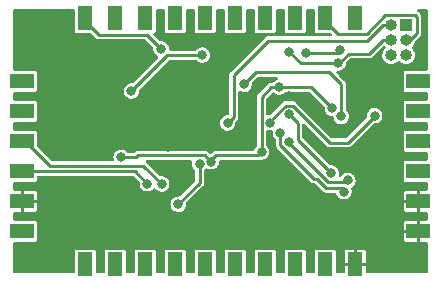
<source format=gbr>
%TF.GenerationSoftware,KiCad,Pcbnew,(6.0.4)*%
%TF.CreationDate,2023-01-22T23:07:16+01:00*%
%TF.ProjectId,panelController,70616e65-6c43-46f6-9e74-726f6c6c6572,rev?*%
%TF.SameCoordinates,Original*%
%TF.FileFunction,Copper,L2,Bot*%
%TF.FilePolarity,Positive*%
%FSLAX46Y46*%
G04 Gerber Fmt 4.6, Leading zero omitted, Abs format (unit mm)*
G04 Created by KiCad (PCBNEW (6.0.4)) date 2023-01-22 23:07:16*
%MOMM*%
%LPD*%
G01*
G04 APERTURE LIST*
%TA.AperFunction,ComponentPad*%
%ADD10C,1.000000*%
%TD*%
%TA.AperFunction,ComponentPad*%
%ADD11R,1.300000X2.000000*%
%TD*%
%TA.AperFunction,ComponentPad*%
%ADD12R,1.000000X1.000000*%
%TD*%
%TA.AperFunction,ComponentPad*%
%ADD13O,1.000000X1.000000*%
%TD*%
%TA.AperFunction,CastellatedPad*%
%ADD14C,1.000000*%
%TD*%
%TA.AperFunction,CastellatedPad*%
%ADD15R,2.000000X1.300000*%
%TD*%
%TA.AperFunction,ViaPad*%
%ADD16C,0.800000*%
%TD*%
%TA.AperFunction,Conductor*%
%ADD17C,0.250000*%
%TD*%
G04 APERTURE END LIST*
D10*
%TO.P,J401,1,Pin_1*%
%TO.N,+3V3*%
X146050000Y-110363000D03*
D11*
X146050000Y-110633000D03*
D10*
%TO.P,J401,2,Pin_2*%
%TO.N,GPIO2*%
X148590000Y-110363000D03*
D11*
X148590000Y-110633000D03*
D10*
%TO.P,J401,3,Pin_3*%
%TO.N,GPIO3*%
X151130000Y-110363000D03*
D11*
X151130000Y-110633000D03*
D10*
%TO.P,J401,4,Pin_4*%
%TO.N,GPIO4*%
X153670000Y-110363000D03*
D11*
X153670000Y-110633000D03*
%TO.P,J401,5,Pin_5*%
%TO.N,GPIO5*%
X156210000Y-110633000D03*
D10*
X156210000Y-110363000D03*
D11*
%TO.P,J401,6,Pin_6*%
%TO.N,GPIO6*%
X158750000Y-110633000D03*
D10*
X158750000Y-110363000D03*
%TO.P,J401,7,Pin_7*%
%TO.N,GPIO7*%
X161290000Y-110363000D03*
D11*
X161290000Y-110633000D03*
D10*
%TO.P,J401,8,Pin_8*%
%TO.N,GPIO8*%
X163830000Y-110363000D03*
D11*
X163830000Y-110633000D03*
D10*
%TO.P,J401,9,Pin_9*%
%TO.N,GPIO9*%
X166370000Y-110363000D03*
D11*
X166370000Y-110633000D03*
%TO.P,J401,10,Pin_10*%
%TO.N,GND*%
X168910000Y-110633000D03*
D10*
X168910000Y-110363000D03*
%TD*%
D11*
%TO.P,J403,1,Pin_1*%
%TO.N,GPIO10*%
X168910000Y-89773000D03*
D10*
X168910000Y-90043000D03*
%TO.P,J403,2,Pin_2*%
%TO.N,GPIO11*%
X166370000Y-90043000D03*
D11*
X166370000Y-89773000D03*
%TO.P,J403,3,Pin_3*%
%TO.N,GPIO12*%
X163830000Y-89773000D03*
D10*
X163830000Y-90043000D03*
D11*
%TO.P,J403,4,Pin_4*%
%TO.N,GPIO13*%
X161290000Y-89773000D03*
D10*
X161290000Y-90043000D03*
D11*
%TO.P,J403,5,Pin_5*%
%TO.N,GPIO_A0*%
X158750000Y-89773000D03*
D10*
X158750000Y-90043000D03*
%TO.P,J403,6,Pin_6*%
%TO.N,GPIO_A1*%
X156210000Y-90043000D03*
D11*
X156210000Y-89773000D03*
%TO.P,J403,7,Pin_7*%
%TO.N,GPIO_A2*%
X153670000Y-89773000D03*
D10*
X153670000Y-90043000D03*
D11*
%TO.P,J403,8,Pin_8*%
%TO.N,GPIO_A3*%
X151130000Y-89773000D03*
D10*
X151130000Y-90043000D03*
%TO.P,J403,9,Pin_9*%
%TO.N,SDA*%
X148590000Y-90043000D03*
D11*
X148590000Y-89773000D03*
%TO.P,J403,10,Pin_10*%
%TO.N,SCL*%
X146050000Y-89773000D03*
D10*
X146050000Y-90043000D03*
%TD*%
D12*
%TO.P,U14,1*%
%TO.N,GND*%
X173234000Y-90373000D03*
D13*
%TO.P,U14,2*%
%TO.N,RESET*%
X171964000Y-90373000D03*
%TO.P,U14,3*%
%TO.N,GPIO11*%
X173234000Y-91643000D03*
%TO.P,U14,4*%
%TO.N,GPIO13*%
X171964000Y-91643000D03*
%TO.P,U14,5*%
%TO.N,+5V*%
X173234000Y-92913000D03*
%TO.P,U14,6*%
%TO.N,GPIO12*%
X171964000Y-92913000D03*
%TD*%
D14*
%TO.P,J12,1,Pin_1*%
%TO.N,GND*%
X173990000Y-107830106D03*
D15*
X174260000Y-107823000D03*
%TO.P,J12,2,Pin_2*%
X174260000Y-105283000D03*
D14*
X173990000Y-105283000D03*
%TO.P,J12,3,Pin_3*%
%TO.N,Rx*%
X173990000Y-102743000D03*
D15*
X174260000Y-102743000D03*
%TO.P,J12,4,Pin_4*%
%TO.N,Tx*%
X174260000Y-100203000D03*
D14*
X173990000Y-100203000D03*
D15*
%TO.P,J12,5,Pin_5*%
%TO.N,RESET*%
X174260000Y-97663000D03*
D14*
X173990000Y-97663000D03*
%TO.P,J12,6,Pin_6*%
%TO.N,+5V*%
X173990000Y-95123000D03*
D15*
X174260000Y-95123000D03*
%TD*%
D14*
%TO.P,J11,1,Pin_1*%
%TO.N,+12V*%
X140995400Y-95115894D03*
D15*
X140725400Y-95123000D03*
D14*
%TO.P,J11,2,Pin_2*%
%TO.N,+5V*%
X140995400Y-97663000D03*
D15*
X140725400Y-97663000D03*
D14*
%TO.P,J11,3,Pin_3*%
%TO.N,A*%
X140995400Y-100203000D03*
D15*
X140725400Y-100203000D03*
%TO.P,J11,4,Pin_4*%
%TO.N,B*%
X140725400Y-102743000D03*
D14*
X140995400Y-102743000D03*
D15*
%TO.P,J11,5,Pin_5*%
%TO.N,GND*%
X140725400Y-105283000D03*
D14*
X140995400Y-105283000D03*
%TO.P,J11,6,Pin_6*%
%TO.N,+3V3*%
X140995400Y-107823000D03*
D15*
X140725400Y-107823000D03*
%TD*%
D16*
%TO.N,GND*%
X145465800Y-99822000D03*
X159512000Y-97409000D03*
X163322000Y-96393000D03*
X161925000Y-97028000D03*
X144094200Y-105130600D03*
X151484000Y-95623000D03*
X148564600Y-93573600D03*
X159867600Y-91795600D03*
X158851600Y-108254800D03*
X160734000Y-95623000D03*
X158877000Y-104140000D03*
X151460200Y-100634800D03*
X153797000Y-103886000D03*
X171734000Y-104873000D03*
X142468600Y-103860600D03*
X153060400Y-100660200D03*
X171805600Y-94335600D03*
X157734000Y-95885000D03*
X170234000Y-108873000D03*
X159512000Y-100457000D03*
X171596701Y-102485701D03*
X146913600Y-106248200D03*
X142443200Y-94386400D03*
X147116800Y-109118400D03*
X145542000Y-91948000D03*
X140512800Y-93065600D03*
X151484000Y-97123000D03*
X150114000Y-104902000D03*
X171196000Y-96139000D03*
X146278600Y-103936800D03*
X161671000Y-107696000D03*
X144018000Y-98018600D03*
X174523400Y-92227400D03*
X148640800Y-100330000D03*
X173734000Y-109873000D03*
X140843000Y-89789000D03*
%TO.N,+5V*%
X160984000Y-101114898D03*
X156717905Y-101938902D03*
X166985774Y-97424559D03*
X162484000Y-95623000D03*
X155956000Y-92913200D03*
X149961600Y-95961200D03*
X149098000Y-101568980D03*
%TO.N,GPIO2*%
X155733020Y-102109211D03*
X153924000Y-105537000D03*
%TO.N,A*%
X152527000Y-103835200D03*
%TO.N,B*%
X151307800Y-103784400D03*
%TO.N,GPIO9*%
X166866237Y-102909037D03*
X163322000Y-97917000D03*
%TO.N,GPIO12*%
X167640000Y-92456000D03*
X164784000Y-92749600D03*
%TO.N,GPIO13*%
X163334000Y-92621800D03*
X167462200Y-93573600D03*
%TO.N,Rx*%
X167958100Y-104470200D03*
X162585400Y-99539900D03*
%TO.N,Net-(R11-Pad2)*%
X167728300Y-98093632D03*
X159484000Y-95373000D03*
%TO.N,Tx*%
X163322000Y-100253800D03*
X168284827Y-103525607D03*
%TO.N,SCL*%
X152477605Y-92396128D03*
%TO.N,RESET*%
X158100400Y-98664400D03*
X170561000Y-98044000D03*
X161734000Y-98623000D03*
%TD*%
D17*
%TO.N,+5V*%
X156163714Y-101384711D02*
X156717905Y-101938902D01*
X165184215Y-95623000D02*
X162484000Y-95623000D01*
X160984000Y-101114898D02*
X160714187Y-101384711D01*
X160714187Y-101384711D02*
X157137711Y-101384711D01*
X160984000Y-96445000D02*
X160984000Y-101114898D01*
X156717905Y-101938902D02*
X156717905Y-101804517D01*
X155536289Y-101384711D02*
X150533711Y-101384711D01*
X161798000Y-95631000D02*
X160984000Y-96445000D01*
X155536289Y-101384711D02*
X156163714Y-101384711D01*
X153009600Y-92913200D02*
X149961600Y-95961200D01*
X162484000Y-95623000D02*
X162476000Y-95631000D01*
X150533711Y-101384711D02*
X150349442Y-101568980D01*
X155956000Y-92913200D02*
X153009600Y-92913200D01*
X162476000Y-95631000D02*
X161798000Y-95631000D01*
X156717905Y-101804517D02*
X157137711Y-101384711D01*
X150349442Y-101568980D02*
X149098000Y-101568980D01*
X166985774Y-97424559D02*
X165184215Y-95623000D01*
%TO.N,GPIO2*%
X153924000Y-105537000D02*
X155733020Y-103727980D01*
X155733020Y-103727980D02*
X155733020Y-102109211D01*
%TO.N,A*%
X140995400Y-100203000D02*
X143085880Y-102293480D01*
X143085880Y-102293480D02*
X150985280Y-102293480D01*
X150985280Y-102293480D02*
X152527000Y-103835200D01*
%TO.N,B*%
X140995400Y-102743000D02*
X150266400Y-102743000D01*
X150266400Y-102743000D02*
X151307800Y-103784400D01*
%TO.N,GPIO9*%
X164046511Y-98641511D02*
X163322000Y-97917000D01*
X164046511Y-100089311D02*
X164046511Y-98641511D01*
X166866237Y-102909037D02*
X164046511Y-100089311D01*
%TO.N,GPIO11*%
X167424511Y-91097511D02*
X166370000Y-90043000D01*
X174117000Y-89662000D02*
X173990000Y-89535000D01*
X171447022Y-89535000D02*
X169884511Y-91097511D01*
X174117000Y-91059000D02*
X174117000Y-89662000D01*
X173533000Y-91643000D02*
X174117000Y-91059000D01*
X169884511Y-91097511D02*
X167424511Y-91097511D01*
X173234000Y-91643000D02*
X173533000Y-91643000D01*
X173990000Y-89535000D02*
X171447022Y-89535000D01*
%TO.N,GPIO12*%
X167640000Y-92456000D02*
X167346400Y-92749600D01*
X167346400Y-92749600D02*
X164784000Y-92749600D01*
%TO.N,GPIO13*%
X171247000Y-91643000D02*
X170112193Y-92777807D01*
X167547014Y-93573600D02*
X167462200Y-93573600D01*
X167462200Y-93573600D02*
X164285800Y-93573600D01*
X171964000Y-91643000D02*
X171247000Y-91643000D01*
X170112193Y-92777807D02*
X168342807Y-92777807D01*
X168342807Y-92777807D02*
X167547014Y-93573600D01*
X164285800Y-93573600D02*
X163334000Y-92621800D01*
%TO.N,Rx*%
X162585400Y-100541814D02*
X162585400Y-99539900D01*
X167666611Y-104178711D02*
X167958100Y-104470200D01*
X166475580Y-104178711D02*
X167666611Y-104178711D01*
X166475580Y-104178711D02*
X165666834Y-103369966D01*
X165666834Y-103369966D02*
X165413552Y-103369966D01*
X165413552Y-103369966D02*
X162585400Y-100541814D01*
%TO.N,Net-(R11-Pad2)*%
X166734000Y-94373000D02*
X160484000Y-94373000D01*
X160484000Y-94373000D02*
X159484000Y-95373000D01*
X167728300Y-95367300D02*
X167234000Y-94873000D01*
X167728300Y-98093632D02*
X167728300Y-95367300D01*
X167234000Y-94873000D02*
X166734000Y-94373000D01*
%TO.N,Tx*%
X166566134Y-103633548D02*
X168176886Y-103633548D01*
X163322000Y-100389414D02*
X163322000Y-100253800D01*
X166566134Y-103633548D02*
X163322000Y-100389414D01*
X168176886Y-103633548D02*
X168284827Y-103525607D01*
%TO.N,SCL*%
X151267477Y-91186000D02*
X152477605Y-92396128D01*
X147193000Y-91186000D02*
X149860000Y-91186000D01*
X149860000Y-91186000D02*
X151267477Y-91186000D01*
X146050000Y-90043000D02*
X147193000Y-91186000D01*
%TO.N,RESET*%
X163021897Y-97192489D02*
X163622103Y-97192489D01*
X161544000Y-91694000D02*
X158623000Y-94615000D01*
X166759614Y-100330000D02*
X168275000Y-100330000D01*
X168275000Y-100330000D02*
X170561000Y-98044000D01*
X161734000Y-98623000D02*
X161734000Y-98480386D01*
X161734000Y-98480386D02*
X163021897Y-97192489D01*
X169927010Y-91694000D02*
X161544000Y-91694000D01*
X158623000Y-98141800D02*
X158100400Y-98664400D01*
X171964000Y-90373000D02*
X171248011Y-90373000D01*
X171248011Y-90373000D02*
X169927010Y-91694000D01*
X163622103Y-97192489D02*
X166759614Y-100330000D01*
X158623000Y-94615000D02*
X158623000Y-98141800D01*
%TD*%
%TA.AperFunction,Conductor*%
%TO.N,GND*%
G36*
X174980192Y-89024667D02*
G01*
X175026685Y-89078323D01*
X175038071Y-89130665D01*
X175038071Y-94092500D01*
X175018069Y-94160621D01*
X174964413Y-94207114D01*
X174912071Y-94218500D01*
X173319356Y-94218501D01*
X173234934Y-94218501D01*
X173199182Y-94225612D01*
X173172874Y-94230844D01*
X173172872Y-94230845D01*
X173160699Y-94233266D01*
X173150379Y-94240161D01*
X173150378Y-94240162D01*
X173089985Y-94280516D01*
X173076516Y-94289516D01*
X173020266Y-94373699D01*
X173005500Y-94447933D01*
X173005501Y-95798066D01*
X173020266Y-95872301D01*
X173076516Y-95956484D01*
X173160699Y-96012734D01*
X173234933Y-96027500D01*
X173319329Y-96027500D01*
X174912071Y-96027499D01*
X174980192Y-96047501D01*
X175026685Y-96101157D01*
X175038071Y-96153499D01*
X175038071Y-96632500D01*
X175018069Y-96700621D01*
X174964413Y-96747114D01*
X174912071Y-96758500D01*
X173319356Y-96758501D01*
X173234934Y-96758501D01*
X173199182Y-96765612D01*
X173172874Y-96770844D01*
X173172872Y-96770845D01*
X173160699Y-96773266D01*
X173150379Y-96780161D01*
X173150378Y-96780162D01*
X173101427Y-96812871D01*
X173076516Y-96829516D01*
X173020266Y-96913699D01*
X173005500Y-96987933D01*
X173005501Y-98338066D01*
X173010187Y-98361624D01*
X173016924Y-98395497D01*
X173020266Y-98412301D01*
X173027161Y-98422620D01*
X173027162Y-98422622D01*
X173061007Y-98473273D01*
X173076516Y-98496484D01*
X173160699Y-98552734D01*
X173234933Y-98567500D01*
X173319329Y-98567500D01*
X174912071Y-98567499D01*
X174980192Y-98587501D01*
X175026685Y-98641157D01*
X175038071Y-98693499D01*
X175038071Y-99172500D01*
X175018069Y-99240621D01*
X174964413Y-99287114D01*
X174912071Y-99298500D01*
X173319356Y-99298501D01*
X173234934Y-99298501D01*
X173199182Y-99305612D01*
X173172874Y-99310844D01*
X173172872Y-99310845D01*
X173160699Y-99313266D01*
X173150379Y-99320161D01*
X173150378Y-99320162D01*
X173122114Y-99339048D01*
X173076516Y-99369516D01*
X173020266Y-99453699D01*
X173005500Y-99527933D01*
X173005501Y-100878066D01*
X173020266Y-100952301D01*
X173027161Y-100962621D01*
X173027162Y-100962622D01*
X173062322Y-101015241D01*
X173076516Y-101036484D01*
X173086832Y-101043377D01*
X173148197Y-101084380D01*
X173160699Y-101092734D01*
X173234933Y-101107500D01*
X173319329Y-101107500D01*
X174912071Y-101107499D01*
X174980192Y-101127501D01*
X175026685Y-101181157D01*
X175038071Y-101233499D01*
X175038071Y-101712500D01*
X175018069Y-101780621D01*
X174964413Y-101827114D01*
X174912071Y-101838500D01*
X173319356Y-101838501D01*
X173234934Y-101838501D01*
X173202671Y-101844918D01*
X173172874Y-101850844D01*
X173172872Y-101850845D01*
X173160699Y-101853266D01*
X173150379Y-101860161D01*
X173150378Y-101860162D01*
X173099770Y-101893978D01*
X173076516Y-101909516D01*
X173020266Y-101993699D01*
X173005500Y-102067933D01*
X173005501Y-103418066D01*
X173020266Y-103492301D01*
X173027161Y-103502620D01*
X173027162Y-103502622D01*
X173045283Y-103529741D01*
X173076516Y-103576484D01*
X173160699Y-103632734D01*
X173234933Y-103647500D01*
X173319329Y-103647500D01*
X174912071Y-103647499D01*
X174980192Y-103667501D01*
X175026685Y-103721157D01*
X175038071Y-103773499D01*
X175038071Y-104253000D01*
X175018069Y-104321121D01*
X174964413Y-104367614D01*
X174912071Y-104379000D01*
X174405115Y-104379000D01*
X174389876Y-104383475D01*
X174388671Y-104384865D01*
X174387000Y-104392548D01*
X174387000Y-106168884D01*
X174391475Y-106184123D01*
X174392865Y-106185328D01*
X174400548Y-106186999D01*
X174912071Y-106186999D01*
X174980192Y-106207001D01*
X175026685Y-106260657D01*
X175038071Y-106312999D01*
X175038071Y-106793000D01*
X175018069Y-106861121D01*
X174964413Y-106907614D01*
X174912071Y-106919000D01*
X174405115Y-106919000D01*
X174389876Y-106923475D01*
X174388671Y-106924865D01*
X174387000Y-106932548D01*
X174387000Y-108708884D01*
X174391475Y-108724123D01*
X174392865Y-108725328D01*
X174400548Y-108726999D01*
X174912071Y-108726999D01*
X174980192Y-108747001D01*
X175026685Y-108800657D01*
X175038071Y-108852999D01*
X175038071Y-111265265D01*
X175018069Y-111333386D01*
X174964413Y-111379879D01*
X174912071Y-111391265D01*
X169940000Y-111391265D01*
X169871879Y-111371263D01*
X169825386Y-111317607D01*
X169814000Y-111265265D01*
X169814000Y-110778115D01*
X169809525Y-110762876D01*
X169808135Y-110761671D01*
X169800452Y-110760000D01*
X168024116Y-110760000D01*
X168008877Y-110764475D01*
X168007672Y-110765865D01*
X168006001Y-110773548D01*
X168006001Y-111265265D01*
X167985999Y-111333386D01*
X167932343Y-111379879D01*
X167880001Y-111391265D01*
X167400500Y-111391265D01*
X167332379Y-111371263D01*
X167285886Y-111317607D01*
X167274500Y-111265265D01*
X167274500Y-110487885D01*
X168006000Y-110487885D01*
X168010475Y-110503124D01*
X168011865Y-110504329D01*
X168019548Y-110506000D01*
X168764885Y-110506000D01*
X168780124Y-110501525D01*
X168781329Y-110500135D01*
X168783000Y-110492452D01*
X168783000Y-110487885D01*
X169037000Y-110487885D01*
X169041475Y-110503124D01*
X169042865Y-110504329D01*
X169050548Y-110506000D01*
X169795884Y-110506000D01*
X169811123Y-110501525D01*
X169812328Y-110500135D01*
X169813999Y-110492452D01*
X169813999Y-109614172D01*
X169812791Y-109601912D01*
X169801685Y-109546069D01*
X169792367Y-109523573D01*
X169750017Y-109460192D01*
X169732808Y-109442983D01*
X169669425Y-109400632D01*
X169646934Y-109391316D01*
X169591085Y-109380207D01*
X169578830Y-109379000D01*
X169055115Y-109379000D01*
X169039876Y-109383475D01*
X169038671Y-109384865D01*
X169037000Y-109392548D01*
X169037000Y-110487885D01*
X168783000Y-110487885D01*
X168783000Y-109397116D01*
X168778525Y-109381877D01*
X168777135Y-109380672D01*
X168769452Y-109379001D01*
X168241172Y-109379001D01*
X168228912Y-109380209D01*
X168173069Y-109391315D01*
X168150573Y-109400633D01*
X168087192Y-109442983D01*
X168069983Y-109460192D01*
X168027632Y-109523575D01*
X168018316Y-109546066D01*
X168007207Y-109601915D01*
X168006000Y-109614170D01*
X168006000Y-110487885D01*
X167274500Y-110487885D01*
X167274499Y-109614123D01*
X167274499Y-109607934D01*
X167267388Y-109572182D01*
X167262156Y-109545874D01*
X167262155Y-109545872D01*
X167259734Y-109533699D01*
X167203484Y-109449516D01*
X167119301Y-109393266D01*
X167045067Y-109378500D01*
X166370110Y-109378500D01*
X165694934Y-109378501D01*
X165659182Y-109385612D01*
X165632874Y-109390844D01*
X165632872Y-109390845D01*
X165620699Y-109393266D01*
X165610379Y-109400161D01*
X165610378Y-109400162D01*
X165549985Y-109440516D01*
X165536516Y-109449516D01*
X165480266Y-109533699D01*
X165465500Y-109607933D01*
X165465501Y-110492452D01*
X165465501Y-111265265D01*
X165445499Y-111333386D01*
X165391843Y-111379879D01*
X165339501Y-111391265D01*
X164860500Y-111391265D01*
X164792379Y-111371263D01*
X164745886Y-111317607D01*
X164734500Y-111265265D01*
X164734499Y-109614123D01*
X164734499Y-109607934D01*
X164727388Y-109572182D01*
X164722156Y-109545874D01*
X164722155Y-109545872D01*
X164719734Y-109533699D01*
X164663484Y-109449516D01*
X164579301Y-109393266D01*
X164505067Y-109378500D01*
X163830110Y-109378500D01*
X163154934Y-109378501D01*
X163119182Y-109385612D01*
X163092874Y-109390844D01*
X163092872Y-109390845D01*
X163080699Y-109393266D01*
X163070379Y-109400161D01*
X163070378Y-109400162D01*
X163009985Y-109440516D01*
X162996516Y-109449516D01*
X162940266Y-109533699D01*
X162925500Y-109607933D01*
X162925501Y-110492452D01*
X162925501Y-111265265D01*
X162905499Y-111333386D01*
X162851843Y-111379879D01*
X162799501Y-111391265D01*
X162320500Y-111391265D01*
X162252379Y-111371263D01*
X162205886Y-111317607D01*
X162194500Y-111265265D01*
X162194499Y-109614123D01*
X162194499Y-109607934D01*
X162187388Y-109572182D01*
X162182156Y-109545874D01*
X162182155Y-109545872D01*
X162179734Y-109533699D01*
X162123484Y-109449516D01*
X162039301Y-109393266D01*
X161965067Y-109378500D01*
X161290110Y-109378500D01*
X160614934Y-109378501D01*
X160579182Y-109385612D01*
X160552874Y-109390844D01*
X160552872Y-109390845D01*
X160540699Y-109393266D01*
X160530379Y-109400161D01*
X160530378Y-109400162D01*
X160469985Y-109440516D01*
X160456516Y-109449516D01*
X160400266Y-109533699D01*
X160385500Y-109607933D01*
X160385501Y-110492452D01*
X160385501Y-111265265D01*
X160365499Y-111333386D01*
X160311843Y-111379879D01*
X160259501Y-111391265D01*
X159780500Y-111391265D01*
X159712379Y-111371263D01*
X159665886Y-111317607D01*
X159654500Y-111265265D01*
X159654499Y-109614123D01*
X159654499Y-109607934D01*
X159647388Y-109572182D01*
X159642156Y-109545874D01*
X159642155Y-109545872D01*
X159639734Y-109533699D01*
X159583484Y-109449516D01*
X159499301Y-109393266D01*
X159425067Y-109378500D01*
X158750110Y-109378500D01*
X158074934Y-109378501D01*
X158039182Y-109385612D01*
X158012874Y-109390844D01*
X158012872Y-109390845D01*
X158000699Y-109393266D01*
X157990379Y-109400161D01*
X157990378Y-109400162D01*
X157929985Y-109440516D01*
X157916516Y-109449516D01*
X157860266Y-109533699D01*
X157845500Y-109607933D01*
X157845501Y-110492452D01*
X157845501Y-111265265D01*
X157825499Y-111333386D01*
X157771843Y-111379879D01*
X157719501Y-111391265D01*
X157240500Y-111391265D01*
X157172379Y-111371263D01*
X157125886Y-111317607D01*
X157114500Y-111265265D01*
X157114499Y-109614123D01*
X157114499Y-109607934D01*
X157107388Y-109572182D01*
X157102156Y-109545874D01*
X157102155Y-109545872D01*
X157099734Y-109533699D01*
X157043484Y-109449516D01*
X156959301Y-109393266D01*
X156885067Y-109378500D01*
X156210110Y-109378500D01*
X155534934Y-109378501D01*
X155499182Y-109385612D01*
X155472874Y-109390844D01*
X155472872Y-109390845D01*
X155460699Y-109393266D01*
X155450379Y-109400161D01*
X155450378Y-109400162D01*
X155389985Y-109440516D01*
X155376516Y-109449516D01*
X155320266Y-109533699D01*
X155305500Y-109607933D01*
X155305501Y-110492452D01*
X155305501Y-111265265D01*
X155285499Y-111333386D01*
X155231843Y-111379879D01*
X155179501Y-111391265D01*
X154700500Y-111391265D01*
X154632379Y-111371263D01*
X154585886Y-111317607D01*
X154574500Y-111265265D01*
X154574499Y-109614123D01*
X154574499Y-109607934D01*
X154567388Y-109572182D01*
X154562156Y-109545874D01*
X154562155Y-109545872D01*
X154559734Y-109533699D01*
X154503484Y-109449516D01*
X154419301Y-109393266D01*
X154345067Y-109378500D01*
X153670110Y-109378500D01*
X152994934Y-109378501D01*
X152959182Y-109385612D01*
X152932874Y-109390844D01*
X152932872Y-109390845D01*
X152920699Y-109393266D01*
X152910379Y-109400161D01*
X152910378Y-109400162D01*
X152849985Y-109440516D01*
X152836516Y-109449516D01*
X152780266Y-109533699D01*
X152765500Y-109607933D01*
X152765501Y-110492452D01*
X152765501Y-111265265D01*
X152745499Y-111333386D01*
X152691843Y-111379879D01*
X152639501Y-111391265D01*
X152160500Y-111391265D01*
X152092379Y-111371263D01*
X152045886Y-111317607D01*
X152034500Y-111265265D01*
X152034499Y-109614123D01*
X152034499Y-109607934D01*
X152027388Y-109572182D01*
X152022156Y-109545874D01*
X152022155Y-109545872D01*
X152019734Y-109533699D01*
X151963484Y-109449516D01*
X151879301Y-109393266D01*
X151805067Y-109378500D01*
X151130110Y-109378500D01*
X150454934Y-109378501D01*
X150419182Y-109385612D01*
X150392874Y-109390844D01*
X150392872Y-109390845D01*
X150380699Y-109393266D01*
X150370379Y-109400161D01*
X150370378Y-109400162D01*
X150309985Y-109440516D01*
X150296516Y-109449516D01*
X150240266Y-109533699D01*
X150225500Y-109607933D01*
X150225501Y-110492452D01*
X150225501Y-111265265D01*
X150205499Y-111333386D01*
X150151843Y-111379879D01*
X150099501Y-111391265D01*
X149620500Y-111391265D01*
X149552379Y-111371263D01*
X149505886Y-111317607D01*
X149494500Y-111265265D01*
X149494499Y-109614123D01*
X149494499Y-109607934D01*
X149487388Y-109572182D01*
X149482156Y-109545874D01*
X149482155Y-109545872D01*
X149479734Y-109533699D01*
X149423484Y-109449516D01*
X149339301Y-109393266D01*
X149265067Y-109378500D01*
X148590110Y-109378500D01*
X147914934Y-109378501D01*
X147879182Y-109385612D01*
X147852874Y-109390844D01*
X147852872Y-109390845D01*
X147840699Y-109393266D01*
X147830379Y-109400161D01*
X147830378Y-109400162D01*
X147769985Y-109440516D01*
X147756516Y-109449516D01*
X147700266Y-109533699D01*
X147685500Y-109607933D01*
X147685501Y-110492452D01*
X147685501Y-111265265D01*
X147665499Y-111333386D01*
X147611843Y-111379879D01*
X147559501Y-111391265D01*
X147080500Y-111391265D01*
X147012379Y-111371263D01*
X146965886Y-111317607D01*
X146954500Y-111265265D01*
X146954499Y-109614123D01*
X146954499Y-109607934D01*
X146947388Y-109572182D01*
X146942156Y-109545874D01*
X146942155Y-109545872D01*
X146939734Y-109533699D01*
X146883484Y-109449516D01*
X146799301Y-109393266D01*
X146725067Y-109378500D01*
X146050110Y-109378500D01*
X145374934Y-109378501D01*
X145339182Y-109385612D01*
X145312874Y-109390844D01*
X145312872Y-109390845D01*
X145300699Y-109393266D01*
X145290379Y-109400161D01*
X145290378Y-109400162D01*
X145229985Y-109440516D01*
X145216516Y-109449516D01*
X145160266Y-109533699D01*
X145145500Y-109607933D01*
X145145501Y-110492452D01*
X145145501Y-111265265D01*
X145125499Y-111333386D01*
X145071843Y-111379879D01*
X145019501Y-111391265D01*
X140079471Y-111391265D01*
X140011350Y-111371263D01*
X139964857Y-111317607D01*
X139953471Y-111265265D01*
X139953471Y-108853500D01*
X139973473Y-108785379D01*
X140027129Y-108738886D01*
X140079471Y-108727500D01*
X141666332Y-108727499D01*
X141750466Y-108727499D01*
X141786218Y-108720388D01*
X141812526Y-108715156D01*
X141812528Y-108715155D01*
X141824701Y-108712734D01*
X141835021Y-108705839D01*
X141835022Y-108705838D01*
X141898568Y-108663377D01*
X141908884Y-108656484D01*
X141965134Y-108572301D01*
X141979900Y-108498067D01*
X141979900Y-108491828D01*
X173006001Y-108491828D01*
X173007209Y-108504088D01*
X173018315Y-108559931D01*
X173027633Y-108582427D01*
X173069983Y-108645808D01*
X173087192Y-108663017D01*
X173150575Y-108705368D01*
X173173066Y-108714684D01*
X173228915Y-108725793D01*
X173241170Y-108727000D01*
X174114885Y-108727000D01*
X174130124Y-108722525D01*
X174131329Y-108721135D01*
X174133000Y-108713452D01*
X174133000Y-107968115D01*
X174128525Y-107952876D01*
X174127135Y-107951671D01*
X174119452Y-107950000D01*
X173024116Y-107950000D01*
X173008877Y-107954475D01*
X173007672Y-107955865D01*
X173006001Y-107963548D01*
X173006001Y-108491828D01*
X141979900Y-108491828D01*
X141979899Y-107677885D01*
X173006000Y-107677885D01*
X173010475Y-107693124D01*
X173011865Y-107694329D01*
X173019548Y-107696000D01*
X174114885Y-107696000D01*
X174130124Y-107691525D01*
X174131329Y-107690135D01*
X174133000Y-107682452D01*
X174133000Y-106937116D01*
X174128525Y-106921877D01*
X174127135Y-106920672D01*
X174119452Y-106919001D01*
X173241172Y-106919001D01*
X173228912Y-106920209D01*
X173173069Y-106931315D01*
X173150573Y-106940633D01*
X173087192Y-106982983D01*
X173069983Y-107000192D01*
X173027632Y-107063575D01*
X173018316Y-107086066D01*
X173007207Y-107141915D01*
X173006000Y-107154170D01*
X173006000Y-107677885D01*
X141979899Y-107677885D01*
X141979899Y-107147934D01*
X141965134Y-107073699D01*
X141908884Y-106989516D01*
X141824701Y-106933266D01*
X141750467Y-106918500D01*
X141666359Y-106918500D01*
X140079471Y-106918501D01*
X140011350Y-106898499D01*
X139964857Y-106844843D01*
X139953471Y-106792501D01*
X139953471Y-106313000D01*
X139973473Y-106244879D01*
X140027129Y-106198386D01*
X140079471Y-106187000D01*
X140580285Y-106187000D01*
X140595524Y-106182525D01*
X140596729Y-106181135D01*
X140598400Y-106173452D01*
X140598400Y-106168884D01*
X140852400Y-106168884D01*
X140856875Y-106184123D01*
X140858265Y-106185328D01*
X140865948Y-106186999D01*
X141744228Y-106186999D01*
X141756488Y-106185791D01*
X141812331Y-106174685D01*
X141834827Y-106165367D01*
X141898208Y-106123017D01*
X141915417Y-106105808D01*
X141957768Y-106042425D01*
X141967084Y-106019934D01*
X141978193Y-105964085D01*
X141979400Y-105951830D01*
X141979400Y-105428115D01*
X141974925Y-105412876D01*
X141973535Y-105411671D01*
X141965852Y-105410000D01*
X140870515Y-105410000D01*
X140855276Y-105414475D01*
X140854071Y-105415865D01*
X140852400Y-105423548D01*
X140852400Y-106168884D01*
X140598400Y-106168884D01*
X140598400Y-105137885D01*
X140852400Y-105137885D01*
X140856875Y-105153124D01*
X140858265Y-105154329D01*
X140865948Y-105156000D01*
X141961284Y-105156000D01*
X141976523Y-105151525D01*
X141977728Y-105150135D01*
X141979399Y-105142452D01*
X141979399Y-104614172D01*
X141978191Y-104601912D01*
X141967085Y-104546069D01*
X141957767Y-104523573D01*
X141915417Y-104460192D01*
X141898208Y-104442983D01*
X141834825Y-104400632D01*
X141812334Y-104391316D01*
X141756485Y-104380207D01*
X141744230Y-104379000D01*
X140870515Y-104379000D01*
X140855276Y-104383475D01*
X140854071Y-104384865D01*
X140852400Y-104392548D01*
X140852400Y-105137885D01*
X140598400Y-105137885D01*
X140598400Y-104397116D01*
X140593925Y-104381877D01*
X140592535Y-104380672D01*
X140584852Y-104379001D01*
X140079471Y-104379001D01*
X140011350Y-104358999D01*
X139964857Y-104305343D01*
X139953471Y-104253001D01*
X139953471Y-103773500D01*
X139973473Y-103705379D01*
X140027129Y-103658886D01*
X140079471Y-103647500D01*
X141666332Y-103647499D01*
X141750466Y-103647499D01*
X141786218Y-103640388D01*
X141812526Y-103635156D01*
X141812528Y-103635155D01*
X141824701Y-103632734D01*
X141835021Y-103625839D01*
X141835022Y-103625838D01*
X141898568Y-103583377D01*
X141908884Y-103576484D01*
X141965134Y-103492301D01*
X141979900Y-103418067D01*
X141979900Y-103248500D01*
X141999902Y-103180379D01*
X142053558Y-103133886D01*
X142105900Y-103122500D01*
X150057016Y-103122500D01*
X150125137Y-103142502D01*
X150146111Y-103159405D01*
X150618049Y-103631343D01*
X150652075Y-103693655D01*
X150653876Y-103736882D01*
X150648529Y-103777496D01*
X150655969Y-103844882D01*
X150663451Y-103912649D01*
X150665913Y-103934953D01*
X150668523Y-103942084D01*
X150668523Y-103942086D01*
X150717074Y-104074758D01*
X150720353Y-104083719D01*
X150724589Y-104090022D01*
X150724589Y-104090023D01*
X150756814Y-104137978D01*
X150808708Y-104215205D01*
X150814327Y-104220318D01*
X150814328Y-104220319D01*
X150916110Y-104312933D01*
X150925876Y-104321819D01*
X151065093Y-104397408D01*
X151218322Y-104437607D01*
X151302277Y-104438926D01*
X151369119Y-104439976D01*
X151369122Y-104439976D01*
X151376716Y-104440095D01*
X151531132Y-104404729D01*
X151622057Y-104358999D01*
X151665872Y-104336963D01*
X151665875Y-104336961D01*
X151672655Y-104333551D01*
X151678426Y-104328622D01*
X151678429Y-104328620D01*
X151787336Y-104235604D01*
X151787336Y-104235603D01*
X151793114Y-104230669D01*
X151797550Y-104224496D01*
X151802685Y-104218911D01*
X151804035Y-104220153D01*
X151852380Y-104182469D01*
X151923083Y-104176023D01*
X151986048Y-104208827D01*
X152003289Y-104229369D01*
X152023666Y-104259694D01*
X152023671Y-104259700D01*
X152027908Y-104266005D01*
X152033527Y-104271118D01*
X152033528Y-104271119D01*
X152105890Y-104336963D01*
X152145076Y-104372619D01*
X152284293Y-104448208D01*
X152437522Y-104488407D01*
X152521477Y-104489726D01*
X152588319Y-104490776D01*
X152588322Y-104490776D01*
X152595916Y-104490895D01*
X152750332Y-104455529D01*
X152842987Y-104408929D01*
X152885072Y-104387763D01*
X152885075Y-104387761D01*
X152891855Y-104384351D01*
X152897626Y-104379422D01*
X152897629Y-104379420D01*
X153006536Y-104286404D01*
X153006536Y-104286403D01*
X153012314Y-104281469D01*
X153104755Y-104152824D01*
X153163842Y-104005841D01*
X153186162Y-103849007D01*
X153186307Y-103835200D01*
X153167276Y-103677933D01*
X153111280Y-103529746D01*
X153038696Y-103424135D01*
X153025855Y-103405451D01*
X153025854Y-103405449D01*
X153021553Y-103399192D01*
X152903275Y-103293811D01*
X152763274Y-103219684D01*
X152609633Y-103181092D01*
X152602034Y-103181052D01*
X152602033Y-103181052D01*
X152541626Y-103180736D01*
X152460335Y-103180310D01*
X152392321Y-103159952D01*
X152371901Y-103143407D01*
X151291758Y-102063264D01*
X151276616Y-102044516D01*
X151275501Y-102043291D01*
X151269851Y-102034540D01*
X151261673Y-102028093D01*
X151261671Y-102028091D01*
X151243480Y-102013751D01*
X151239039Y-102009805D01*
X151238977Y-102009878D01*
X151235014Y-102006520D01*
X151231336Y-102002842D01*
X151217177Y-101992724D01*
X151173384Y-101936844D01*
X151166754Y-101866158D01*
X151199393Y-101803108D01*
X151260937Y-101767713D01*
X151290437Y-101764211D01*
X154980646Y-101764211D01*
X155048767Y-101784213D01*
X155095260Y-101837869D01*
X155105364Y-101908143D01*
X155098039Y-101935980D01*
X155097187Y-101938165D01*
X155097186Y-101938169D01*
X155094426Y-101945248D01*
X155093434Y-101952781D01*
X155093434Y-101952782D01*
X155077460Y-102074122D01*
X155073749Y-102102307D01*
X155082441Y-102181035D01*
X155089997Y-102249473D01*
X155091133Y-102259764D01*
X155093743Y-102266895D01*
X155093743Y-102266897D01*
X155134839Y-102379197D01*
X155145573Y-102408530D01*
X155149809Y-102414833D01*
X155149809Y-102414834D01*
X155202136Y-102492704D01*
X155233928Y-102540016D01*
X155239547Y-102545129D01*
X155239548Y-102545130D01*
X155312319Y-102611346D01*
X155349242Y-102671986D01*
X155353520Y-102704540D01*
X155353520Y-103518596D01*
X155333518Y-103586717D01*
X155316615Y-103607691D01*
X154078411Y-104845895D01*
X154016099Y-104879921D01*
X153988658Y-104882798D01*
X153848221Y-104882062D01*
X153840841Y-104883834D01*
X153840839Y-104883834D01*
X153701563Y-104917271D01*
X153701560Y-104917272D01*
X153694184Y-104919043D01*
X153553414Y-104991700D01*
X153434039Y-105095838D01*
X153342950Y-105225444D01*
X153285406Y-105373037D01*
X153284414Y-105380570D01*
X153284414Y-105380571D01*
X153278220Y-105427623D01*
X153264729Y-105530096D01*
X153282113Y-105687553D01*
X153336553Y-105836319D01*
X153424908Y-105967805D01*
X153430527Y-105972918D01*
X153430528Y-105972919D01*
X153441903Y-105983269D01*
X153542076Y-106074419D01*
X153681293Y-106150008D01*
X153834522Y-106190207D01*
X153918477Y-106191526D01*
X153985319Y-106192576D01*
X153985322Y-106192576D01*
X153992916Y-106192695D01*
X154147332Y-106157329D01*
X154217742Y-106121917D01*
X154282072Y-106089563D01*
X154282075Y-106089561D01*
X154288855Y-106086151D01*
X154294626Y-106081222D01*
X154294629Y-106081220D01*
X154403536Y-105988204D01*
X154403536Y-105988203D01*
X154409314Y-105983269D01*
X154431907Y-105951828D01*
X173006001Y-105951828D01*
X173007209Y-105964088D01*
X173018315Y-106019931D01*
X173027633Y-106042427D01*
X173069983Y-106105808D01*
X173087192Y-106123017D01*
X173150575Y-106165368D01*
X173173066Y-106174684D01*
X173228915Y-106185793D01*
X173241170Y-106187000D01*
X174114885Y-106187000D01*
X174130124Y-106182525D01*
X174131329Y-106181135D01*
X174133000Y-106173452D01*
X174133000Y-105428115D01*
X174128525Y-105412876D01*
X174127135Y-105411671D01*
X174119452Y-105410000D01*
X173024116Y-105410000D01*
X173008877Y-105414475D01*
X173007672Y-105415865D01*
X173006001Y-105423548D01*
X173006001Y-105951828D01*
X154431907Y-105951828D01*
X154501755Y-105854624D01*
X154560842Y-105707641D01*
X154583162Y-105550807D01*
X154583307Y-105537000D01*
X154577437Y-105488496D01*
X154589109Y-105418468D01*
X154613429Y-105384265D01*
X154859809Y-105137885D01*
X173006000Y-105137885D01*
X173010475Y-105153124D01*
X173011865Y-105154329D01*
X173019548Y-105156000D01*
X174114885Y-105156000D01*
X174130124Y-105151525D01*
X174131329Y-105150135D01*
X174133000Y-105142452D01*
X174133000Y-104397116D01*
X174128525Y-104381877D01*
X174127135Y-104380672D01*
X174119452Y-104379001D01*
X173241172Y-104379001D01*
X173228912Y-104380209D01*
X173173069Y-104391315D01*
X173150573Y-104400633D01*
X173087192Y-104442983D01*
X173069983Y-104460192D01*
X173027632Y-104523575D01*
X173018316Y-104546066D01*
X173007207Y-104601915D01*
X173006000Y-104614170D01*
X173006000Y-105137885D01*
X154859809Y-105137885D01*
X155963236Y-104034458D01*
X155981984Y-104019316D01*
X155983209Y-104018201D01*
X155991960Y-104012551D01*
X155998407Y-104004373D01*
X155998409Y-104004371D01*
X156012749Y-103986180D01*
X156016695Y-103981739D01*
X156016622Y-103981677D01*
X156019981Y-103977713D01*
X156023658Y-103974036D01*
X156034912Y-103958288D01*
X156038418Y-103953618D01*
X156070176Y-103913333D01*
X156073208Y-103904699D01*
X156078534Y-103897246D01*
X156093223Y-103848130D01*
X156095056Y-103842488D01*
X156109410Y-103801613D01*
X156109410Y-103801612D01*
X156112038Y-103794129D01*
X156112520Y-103788564D01*
X156112520Y-103785856D01*
X156112634Y-103783222D01*
X156112663Y-103783124D01*
X156112827Y-103783131D01*
X156112871Y-103782427D01*
X156114733Y-103776202D01*
X156112617Y-103722345D01*
X156112520Y-103717398D01*
X156112520Y-102703941D01*
X156132522Y-102635820D01*
X156156689Y-102608130D01*
X156212556Y-102560415D01*
X156218334Y-102555480D01*
X156227449Y-102542795D01*
X156283444Y-102499148D01*
X156354148Y-102492704D01*
X156389888Y-102505590D01*
X156475198Y-102551910D01*
X156628427Y-102592109D01*
X156712382Y-102593428D01*
X156779224Y-102594478D01*
X156779227Y-102594478D01*
X156786821Y-102594597D01*
X156941237Y-102559231D01*
X157011647Y-102523819D01*
X157075977Y-102491465D01*
X157075980Y-102491463D01*
X157082760Y-102488053D01*
X157088531Y-102483124D01*
X157088534Y-102483122D01*
X157197441Y-102390106D01*
X157197441Y-102390105D01*
X157203219Y-102385171D01*
X157295660Y-102256526D01*
X157354747Y-102109543D01*
X157370362Y-101999822D01*
X157376486Y-101956793D01*
X157376486Y-101956790D01*
X157377067Y-101952709D01*
X157377212Y-101938902D01*
X157373151Y-101905345D01*
X157384826Y-101835316D01*
X157432508Y-101782715D01*
X157498239Y-101764211D01*
X160660267Y-101764211D01*
X160684215Y-101766760D01*
X160685880Y-101766839D01*
X160696063Y-101769031D01*
X160706404Y-101767807D01*
X160720176Y-101766177D01*
X160729410Y-101765084D01*
X160735341Y-101764734D01*
X160735333Y-101764639D01*
X160740511Y-101764211D01*
X160745711Y-101764211D01*
X160750840Y-101763357D01*
X160750843Y-101763357D01*
X160764752Y-101761042D01*
X160770629Y-101760205D01*
X160771980Y-101760045D01*
X160811556Y-101755361D01*
X160858336Y-101758612D01*
X160894522Y-101768105D01*
X160978477Y-101769424D01*
X161045319Y-101770474D01*
X161045322Y-101770474D01*
X161052916Y-101770593D01*
X161207332Y-101735227D01*
X161277742Y-101699815D01*
X161342072Y-101667461D01*
X161342075Y-101667459D01*
X161348855Y-101664049D01*
X161354626Y-101659120D01*
X161354629Y-101659118D01*
X161463536Y-101566102D01*
X161463536Y-101566101D01*
X161469314Y-101561167D01*
X161561755Y-101432522D01*
X161620842Y-101285539D01*
X161634513Y-101189480D01*
X161642581Y-101132789D01*
X161642581Y-101132786D01*
X161643162Y-101128705D01*
X161643231Y-101122096D01*
X161643264Y-101119032D01*
X161643264Y-101119026D01*
X161643307Y-101114898D01*
X161624276Y-100957631D01*
X161568280Y-100809444D01*
X161551271Y-100784695D01*
X161482855Y-100685149D01*
X161482854Y-100685147D01*
X161478553Y-100678890D01*
X161405681Y-100613963D01*
X161368126Y-100553714D01*
X161363500Y-100519887D01*
X161363500Y-99365802D01*
X161383502Y-99297681D01*
X161437158Y-99251188D01*
X161507432Y-99241084D01*
X161521473Y-99243926D01*
X161637171Y-99274279D01*
X161637175Y-99274280D01*
X161644522Y-99276207D01*
X161730206Y-99277553D01*
X161795320Y-99278576D01*
X161795323Y-99278576D01*
X161802916Y-99278695D01*
X161805187Y-99278175D01*
X161872816Y-99290545D01*
X161924661Y-99339048D01*
X161942054Y-99407881D01*
X161941067Y-99419527D01*
X161927595Y-99521863D01*
X161926129Y-99532996D01*
X161943513Y-99690453D01*
X161946123Y-99697584D01*
X161946123Y-99697586D01*
X161969499Y-99761463D01*
X161997953Y-99839219D01*
X162002189Y-99845522D01*
X162002189Y-99845523D01*
X162047932Y-99913595D01*
X162086308Y-99970705D01*
X162091927Y-99975818D01*
X162091928Y-99975819D01*
X162164699Y-100042035D01*
X162201622Y-100102675D01*
X162205900Y-100135229D01*
X162205900Y-100487894D01*
X162203351Y-100511842D01*
X162203272Y-100513507D01*
X162201080Y-100523690D01*
X162202304Y-100534031D01*
X162205027Y-100557037D01*
X162205377Y-100562968D01*
X162205472Y-100562960D01*
X162205900Y-100568138D01*
X162205900Y-100573338D01*
X162206754Y-100578467D01*
X162206754Y-100578470D01*
X162209069Y-100592379D01*
X162209906Y-100598257D01*
X162214572Y-100637678D01*
X162215930Y-100649155D01*
X162219893Y-100657407D01*
X162221396Y-100666440D01*
X162226343Y-100675609D01*
X162226344Y-100675611D01*
X162245734Y-100711546D01*
X162248431Y-100716839D01*
X162267185Y-100755896D01*
X162267188Y-100755900D01*
X162270619Y-100763046D01*
X162274214Y-100767322D01*
X162276137Y-100769245D01*
X162277909Y-100771177D01*
X162277952Y-100771256D01*
X162277828Y-100771369D01*
X162278304Y-100771909D01*
X162281390Y-100777628D01*
X162316867Y-100810422D01*
X162320986Y-100814230D01*
X162324552Y-100817660D01*
X165107074Y-103600182D01*
X165122216Y-103618930D01*
X165123331Y-103620155D01*
X165128981Y-103628906D01*
X165137159Y-103635353D01*
X165137161Y-103635355D01*
X165155352Y-103649695D01*
X165159793Y-103653641D01*
X165159855Y-103653568D01*
X165163819Y-103656927D01*
X165167496Y-103660604D01*
X165183244Y-103671858D01*
X165187914Y-103675364D01*
X165228199Y-103707122D01*
X165236833Y-103710154D01*
X165244286Y-103715480D01*
X165293402Y-103730169D01*
X165299044Y-103732002D01*
X165339919Y-103746356D01*
X165347403Y-103748984D01*
X165352968Y-103749466D01*
X165355676Y-103749466D01*
X165358310Y-103749580D01*
X165358408Y-103749609D01*
X165358401Y-103749773D01*
X165359105Y-103749817D01*
X165365330Y-103751679D01*
X165419187Y-103749563D01*
X165424134Y-103749466D01*
X165457449Y-103749466D01*
X165525570Y-103769468D01*
X165546544Y-103786370D01*
X166169104Y-104408929D01*
X166184241Y-104427672D01*
X166185359Y-104428901D01*
X166191009Y-104437651D01*
X166199187Y-104444098D01*
X166199189Y-104444100D01*
X166217380Y-104458440D01*
X166221822Y-104462387D01*
X166221884Y-104462314D01*
X166225847Y-104465672D01*
X166229524Y-104469349D01*
X166233753Y-104472371D01*
X166245226Y-104480570D01*
X166249972Y-104484133D01*
X166258399Y-104490776D01*
X166290227Y-104515867D01*
X166298863Y-104518900D01*
X166306315Y-104524225D01*
X166316290Y-104527208D01*
X166316292Y-104527209D01*
X166355440Y-104538916D01*
X166361089Y-104540752D01*
X166401953Y-104555103D01*
X166401954Y-104555103D01*
X166409431Y-104557729D01*
X166414996Y-104558211D01*
X166417703Y-104558211D01*
X166420338Y-104558325D01*
X166420436Y-104558354D01*
X166420429Y-104558518D01*
X166421133Y-104558562D01*
X166427358Y-104560424D01*
X166481215Y-104558308D01*
X166486162Y-104558211D01*
X167205263Y-104558211D01*
X167273384Y-104578213D01*
X167319877Y-104631869D01*
X167323589Y-104640910D01*
X167370653Y-104769519D01*
X167374889Y-104775822D01*
X167374889Y-104775823D01*
X167447470Y-104883834D01*
X167459008Y-104901005D01*
X167464627Y-104906118D01*
X167464628Y-104906119D01*
X167558681Y-104991700D01*
X167576176Y-105007619D01*
X167715393Y-105083208D01*
X167868622Y-105123407D01*
X167952577Y-105124726D01*
X168019419Y-105125776D01*
X168019422Y-105125776D01*
X168027016Y-105125895D01*
X168181432Y-105090529D01*
X168251842Y-105055117D01*
X168316172Y-105022763D01*
X168316175Y-105022761D01*
X168322955Y-105019351D01*
X168328726Y-105014422D01*
X168328729Y-105014420D01*
X168437636Y-104921404D01*
X168437636Y-104921403D01*
X168443414Y-104916469D01*
X168535855Y-104787824D01*
X168594942Y-104640841D01*
X168611749Y-104522747D01*
X168616681Y-104488091D01*
X168616681Y-104488088D01*
X168617262Y-104484007D01*
X168617407Y-104470200D01*
X168616541Y-104463039D01*
X168611140Y-104418411D01*
X168598376Y-104312933D01*
X168571045Y-104240604D01*
X168565677Y-104169812D01*
X168599434Y-104107355D01*
X168632295Y-104083503D01*
X168642898Y-104078170D01*
X168649682Y-104074758D01*
X168655453Y-104069829D01*
X168655456Y-104069827D01*
X168764363Y-103976811D01*
X168764363Y-103976810D01*
X168770141Y-103971876D01*
X168862582Y-103843231D01*
X168921669Y-103696248D01*
X168931689Y-103625839D01*
X168943408Y-103543498D01*
X168943408Y-103543495D01*
X168943989Y-103539414D01*
X168944134Y-103525607D01*
X168925103Y-103368340D01*
X168869107Y-103220153D01*
X168812427Y-103137683D01*
X168783682Y-103095858D01*
X168783681Y-103095856D01*
X168779380Y-103089599D01*
X168763409Y-103075369D01*
X168666773Y-102989271D01*
X168661102Y-102984218D01*
X168653716Y-102980307D01*
X168527815Y-102913646D01*
X168527816Y-102913646D01*
X168521101Y-102910091D01*
X168367460Y-102871499D01*
X168359861Y-102871459D01*
X168359860Y-102871459D01*
X168294008Y-102871114D01*
X168209048Y-102870669D01*
X168201668Y-102872441D01*
X168201666Y-102872441D01*
X168062390Y-102905878D01*
X168062387Y-102905879D01*
X168055011Y-102907650D01*
X167914241Y-102980307D01*
X167794866Y-103084445D01*
X167768120Y-103122500D01*
X167728499Y-103178875D01*
X167672964Y-103223107D01*
X167602332Y-103230292D01*
X167539028Y-103198150D01*
X167503150Y-103136886D01*
X167503654Y-103079760D01*
X167503079Y-103079678D01*
X167503692Y-103075369D01*
X167516511Y-102985296D01*
X167524818Y-102926928D01*
X167524818Y-102926925D01*
X167525399Y-102922844D01*
X167525544Y-102909037D01*
X167506513Y-102751770D01*
X167450517Y-102603583D01*
X167412515Y-102548289D01*
X167365092Y-102479288D01*
X167365091Y-102479286D01*
X167360790Y-102473029D01*
X167242512Y-102367648D01*
X167102511Y-102293521D01*
X166948870Y-102254929D01*
X166941271Y-102254889D01*
X166941270Y-102254889D01*
X166880863Y-102254573D01*
X166799572Y-102254147D01*
X166731558Y-102233789D01*
X166711138Y-102217244D01*
X164462916Y-99969022D01*
X164428890Y-99906710D01*
X164426011Y-99879927D01*
X164426011Y-98837281D01*
X164446013Y-98769160D01*
X164499669Y-98722667D01*
X164569943Y-98712563D01*
X164634523Y-98742057D01*
X164641106Y-98748186D01*
X166453136Y-100560216D01*
X166468278Y-100578964D01*
X166469393Y-100580189D01*
X166475043Y-100588940D01*
X166483221Y-100595387D01*
X166483223Y-100595389D01*
X166501414Y-100609729D01*
X166505855Y-100613675D01*
X166505917Y-100613602D01*
X166509881Y-100616961D01*
X166513558Y-100620638D01*
X166529306Y-100631892D01*
X166533976Y-100635398D01*
X166574261Y-100667156D01*
X166582895Y-100670188D01*
X166590348Y-100675514D01*
X166639464Y-100690203D01*
X166645106Y-100692036D01*
X166685813Y-100706331D01*
X166693465Y-100709018D01*
X166699030Y-100709500D01*
X166701738Y-100709500D01*
X166704372Y-100709614D01*
X166704470Y-100709643D01*
X166704463Y-100709807D01*
X166705167Y-100709851D01*
X166711392Y-100711713D01*
X166765249Y-100709597D01*
X166770196Y-100709500D01*
X168221080Y-100709500D01*
X168245028Y-100712049D01*
X168246693Y-100712128D01*
X168256876Y-100714320D01*
X168267217Y-100713096D01*
X168290223Y-100710373D01*
X168296154Y-100710023D01*
X168296146Y-100709928D01*
X168301324Y-100709500D01*
X168306524Y-100709500D01*
X168311653Y-100708646D01*
X168311656Y-100708646D01*
X168325565Y-100706331D01*
X168331443Y-100705494D01*
X168372001Y-100700694D01*
X168372002Y-100700694D01*
X168382341Y-100699470D01*
X168390593Y-100695507D01*
X168399626Y-100694004D01*
X168408795Y-100689057D01*
X168408797Y-100689056D01*
X168444732Y-100669666D01*
X168450025Y-100666969D01*
X168489082Y-100648215D01*
X168489086Y-100648212D01*
X168496232Y-100644781D01*
X168500508Y-100641186D01*
X168502431Y-100639263D01*
X168504363Y-100637491D01*
X168504442Y-100637448D01*
X168504555Y-100637572D01*
X168505095Y-100637096D01*
X168510814Y-100634010D01*
X168547417Y-100594413D01*
X168550846Y-100590848D01*
X170407178Y-98734516D01*
X170469490Y-98700490D01*
X170498252Y-98697627D01*
X170622318Y-98699576D01*
X170622321Y-98699576D01*
X170629916Y-98699695D01*
X170784332Y-98664329D01*
X170861776Y-98625379D01*
X170919072Y-98596563D01*
X170919075Y-98596561D01*
X170925855Y-98593151D01*
X170931626Y-98588222D01*
X170931629Y-98588220D01*
X171040536Y-98495204D01*
X171040536Y-98495203D01*
X171046314Y-98490269D01*
X171138755Y-98361624D01*
X171197842Y-98214641D01*
X171209362Y-98133696D01*
X171219581Y-98061891D01*
X171219581Y-98061888D01*
X171220162Y-98057807D01*
X171220307Y-98044000D01*
X171201276Y-97886733D01*
X171145280Y-97738546D01*
X171086193Y-97652573D01*
X171059855Y-97614251D01*
X171059854Y-97614249D01*
X171055553Y-97607992D01*
X170937275Y-97502611D01*
X170929889Y-97498700D01*
X170803988Y-97432039D01*
X170803989Y-97432039D01*
X170797274Y-97428484D01*
X170643633Y-97389892D01*
X170636034Y-97389852D01*
X170636033Y-97389852D01*
X170570181Y-97389507D01*
X170485221Y-97389062D01*
X170477841Y-97390834D01*
X170477839Y-97390834D01*
X170338563Y-97424271D01*
X170338560Y-97424272D01*
X170331184Y-97426043D01*
X170190414Y-97498700D01*
X170071039Y-97602838D01*
X169979950Y-97732444D01*
X169977190Y-97739524D01*
X169930032Y-97860478D01*
X169922406Y-97880037D01*
X169921414Y-97887570D01*
X169921414Y-97887571D01*
X169905134Y-98011234D01*
X169901729Y-98037096D01*
X169904544Y-98062591D01*
X169907963Y-98093566D01*
X169895557Y-98163470D01*
X169871819Y-98196487D01*
X168154711Y-99913595D01*
X168092399Y-99947621D01*
X168065616Y-99950500D01*
X166968998Y-99950500D01*
X166900877Y-99930498D01*
X166879903Y-99913595D01*
X163928581Y-96962273D01*
X163913439Y-96943525D01*
X163912324Y-96942300D01*
X163906674Y-96933549D01*
X163898496Y-96927102D01*
X163898494Y-96927100D01*
X163880303Y-96912760D01*
X163875862Y-96908814D01*
X163875800Y-96908887D01*
X163871836Y-96905528D01*
X163868159Y-96901851D01*
X163852411Y-96890597D01*
X163847741Y-96887091D01*
X163807456Y-96855333D01*
X163798822Y-96852301D01*
X163791369Y-96846975D01*
X163742253Y-96832286D01*
X163736611Y-96830453D01*
X163695736Y-96816099D01*
X163695735Y-96816099D01*
X163688252Y-96813471D01*
X163682687Y-96812989D01*
X163679979Y-96812989D01*
X163677345Y-96812875D01*
X163677247Y-96812846D01*
X163677254Y-96812682D01*
X163676550Y-96812638D01*
X163670325Y-96810776D01*
X163616468Y-96812892D01*
X163611521Y-96812989D01*
X163075817Y-96812989D01*
X163051870Y-96810440D01*
X163050204Y-96810361D01*
X163040021Y-96808169D01*
X163029679Y-96809393D01*
X163029676Y-96809393D01*
X163006684Y-96812115D01*
X163000743Y-96812466D01*
X163000751Y-96812561D01*
X162995571Y-96812989D01*
X162990373Y-96812989D01*
X162985251Y-96813842D01*
X162985246Y-96813842D01*
X162971324Y-96816160D01*
X162965447Y-96816997D01*
X162958946Y-96817766D01*
X162924894Y-96821796D01*
X162924892Y-96821797D01*
X162914556Y-96823020D01*
X162906307Y-96826981D01*
X162897271Y-96828485D01*
X162888102Y-96833432D01*
X162888100Y-96833433D01*
X162852137Y-96852837D01*
X162846848Y-96855532D01*
X162833833Y-96861782D01*
X162800665Y-96877709D01*
X162796389Y-96881303D01*
X162794449Y-96883243D01*
X162792538Y-96884996D01*
X162792448Y-96885045D01*
X162792336Y-96884922D01*
X162791801Y-96885394D01*
X162786083Y-96888479D01*
X162779016Y-96896124D01*
X162749481Y-96928075D01*
X162746051Y-96931641D01*
X161746344Y-97931348D01*
X161684032Y-97965374D01*
X161671727Y-97967418D01*
X161665815Y-97968102D01*
X161658221Y-97968062D01*
X161518913Y-98001507D01*
X161448006Y-97997960D01*
X161390272Y-97956640D01*
X161364042Y-97890667D01*
X161363500Y-97878988D01*
X161363500Y-96654384D01*
X161383502Y-96586263D01*
X161400405Y-96565289D01*
X161861684Y-96104010D01*
X161923996Y-96069984D01*
X161994811Y-96075049D01*
X162035578Y-96099911D01*
X162062398Y-96124315D01*
X162102076Y-96160419D01*
X162241293Y-96236008D01*
X162394522Y-96276207D01*
X162478477Y-96277526D01*
X162545319Y-96278576D01*
X162545322Y-96278576D01*
X162552916Y-96278695D01*
X162707332Y-96243329D01*
X162808129Y-96192634D01*
X162842072Y-96175563D01*
X162842075Y-96175561D01*
X162848855Y-96172151D01*
X162854626Y-96167222D01*
X162854629Y-96167220D01*
X162963542Y-96074199D01*
X162963543Y-96074198D01*
X162969314Y-96069269D01*
X162979586Y-96054974D01*
X163035581Y-96011326D01*
X163081909Y-96002500D01*
X164974831Y-96002500D01*
X165042952Y-96022502D01*
X165063926Y-96039405D01*
X166296023Y-97271502D01*
X166330049Y-97333814D01*
X166331850Y-97377041D01*
X166326503Y-97417655D01*
X166328091Y-97432039D01*
X166339177Y-97532448D01*
X166343887Y-97575112D01*
X166346497Y-97582243D01*
X166346497Y-97582245D01*
X166388261Y-97696370D01*
X166398327Y-97723878D01*
X166402563Y-97730181D01*
X166402563Y-97730182D01*
X166437330Y-97781920D01*
X166486682Y-97855364D01*
X166492301Y-97860477D01*
X166492302Y-97860478D01*
X166598234Y-97956868D01*
X166603850Y-97961978D01*
X166743067Y-98037567D01*
X166896296Y-98077766D01*
X166934933Y-98078373D01*
X166957268Y-98078724D01*
X167025067Y-98099793D01*
X167070711Y-98154173D01*
X167080528Y-98190881D01*
X167083239Y-98215433D01*
X167086413Y-98244185D01*
X167089023Y-98251316D01*
X167089023Y-98251318D01*
X167137443Y-98383632D01*
X167140853Y-98392951D01*
X167145089Y-98399254D01*
X167145089Y-98399255D01*
X167220626Y-98511665D01*
X167229208Y-98524437D01*
X167234827Y-98529550D01*
X167234828Y-98529551D01*
X167340760Y-98625941D01*
X167346376Y-98631051D01*
X167485593Y-98706640D01*
X167638822Y-98746839D01*
X167722777Y-98748158D01*
X167789619Y-98749208D01*
X167789622Y-98749208D01*
X167797216Y-98749327D01*
X167951632Y-98713961D01*
X168030923Y-98674082D01*
X168086372Y-98646195D01*
X168086375Y-98646193D01*
X168093155Y-98642783D01*
X168098926Y-98637854D01*
X168098929Y-98637852D01*
X168207836Y-98544836D01*
X168207836Y-98544835D01*
X168213614Y-98539901D01*
X168306055Y-98411256D01*
X168365142Y-98264273D01*
X168384078Y-98131218D01*
X168386881Y-98111523D01*
X168386881Y-98111520D01*
X168387462Y-98107439D01*
X168387607Y-98093632D01*
X168385702Y-98077885D01*
X168381056Y-98039493D01*
X168368576Y-97936365D01*
X168312580Y-97788178D01*
X168263485Y-97716744D01*
X168227155Y-97663883D01*
X168227154Y-97663881D01*
X168222853Y-97657624D01*
X168149981Y-97592697D01*
X168112426Y-97532448D01*
X168107800Y-97498621D01*
X168107800Y-95421220D01*
X168110349Y-95397272D01*
X168110428Y-95395607D01*
X168112620Y-95385424D01*
X168108673Y-95352077D01*
X168108323Y-95346146D01*
X168108228Y-95346154D01*
X168107800Y-95340976D01*
X168107800Y-95335776D01*
X168106946Y-95330644D01*
X168104631Y-95316735D01*
X168103794Y-95310857D01*
X168098994Y-95270299D01*
X168098994Y-95270298D01*
X168097770Y-95259959D01*
X168093807Y-95251707D01*
X168092304Y-95242674D01*
X168087352Y-95233495D01*
X168067966Y-95197568D01*
X168065269Y-95192275D01*
X168046515Y-95153219D01*
X168046514Y-95153218D01*
X168043081Y-95146068D01*
X168039487Y-95141793D01*
X168037562Y-95139868D01*
X168035791Y-95137938D01*
X168035745Y-95137853D01*
X168035868Y-95137741D01*
X168035396Y-95137206D01*
X168032310Y-95131486D01*
X167992713Y-95094883D01*
X167989148Y-95091454D01*
X167545208Y-94647514D01*
X167545187Y-94647492D01*
X167446546Y-94548851D01*
X167340505Y-94442811D01*
X167306481Y-94380500D01*
X167311545Y-94309684D01*
X167354092Y-94252848D01*
X167420612Y-94228037D01*
X167431579Y-94227732D01*
X167523518Y-94229176D01*
X167523521Y-94229176D01*
X167531116Y-94229295D01*
X167685532Y-94193929D01*
X167783130Y-94144843D01*
X167820272Y-94126163D01*
X167820275Y-94126161D01*
X167827055Y-94122751D01*
X167832826Y-94117822D01*
X167832829Y-94117820D01*
X167941736Y-94024804D01*
X167941736Y-94024803D01*
X167947514Y-94019869D01*
X168039955Y-93891224D01*
X168099042Y-93744241D01*
X168118626Y-93606635D01*
X168120781Y-93591491D01*
X168120781Y-93591488D01*
X168121362Y-93587407D01*
X168121405Y-93583283D01*
X168121718Y-93579172D01*
X168123665Y-93579320D01*
X168142058Y-93518947D01*
X168158266Y-93499042D01*
X168463096Y-93194212D01*
X168525408Y-93160186D01*
X168552191Y-93157307D01*
X170058273Y-93157307D01*
X170082221Y-93159856D01*
X170083886Y-93159935D01*
X170094069Y-93162127D01*
X170104410Y-93160903D01*
X170127416Y-93158180D01*
X170133347Y-93157830D01*
X170133339Y-93157735D01*
X170138517Y-93157307D01*
X170143717Y-93157307D01*
X170148846Y-93156453D01*
X170148849Y-93156453D01*
X170162758Y-93154138D01*
X170168636Y-93153301D01*
X170209194Y-93148501D01*
X170209195Y-93148501D01*
X170219534Y-93147277D01*
X170227786Y-93143314D01*
X170236819Y-93141811D01*
X170245988Y-93136864D01*
X170245990Y-93136863D01*
X170281925Y-93117473D01*
X170287218Y-93114776D01*
X170326275Y-93096022D01*
X170326279Y-93096019D01*
X170333425Y-93092588D01*
X170337701Y-93088993D01*
X170339624Y-93087070D01*
X170341556Y-93085298D01*
X170341635Y-93085255D01*
X170341748Y-93085379D01*
X170342288Y-93084903D01*
X170348007Y-93081817D01*
X170384609Y-93042221D01*
X170388038Y-93038656D01*
X171251133Y-92175561D01*
X171313445Y-92141535D01*
X171384260Y-92146600D01*
X171430862Y-92177127D01*
X171444139Y-92190875D01*
X171477074Y-92253770D01*
X171470775Y-92324487D01*
X171441663Y-92368427D01*
X171414091Y-92395428D01*
X171375605Y-92433117D01*
X171371794Y-92439031D01*
X171371792Y-92439033D01*
X171342879Y-92483897D01*
X171283909Y-92575400D01*
X171281498Y-92582025D01*
X171228425Y-92727840D01*
X171228424Y-92727845D01*
X171226015Y-92734463D01*
X171204800Y-92902399D01*
X171221318Y-93070862D01*
X171274748Y-93231479D01*
X171278397Y-93237504D01*
X171352262Y-93359469D01*
X171362435Y-93376267D01*
X171367326Y-93381332D01*
X171367327Y-93381333D01*
X171391062Y-93405911D01*
X171480021Y-93498031D01*
X171621660Y-93590717D01*
X171780315Y-93649720D01*
X171787296Y-93650651D01*
X171787298Y-93650652D01*
X171941118Y-93671176D01*
X171941122Y-93671176D01*
X171948099Y-93672107D01*
X171955110Y-93671469D01*
X171955114Y-93671469D01*
X172109652Y-93657405D01*
X172116673Y-93656766D01*
X172277659Y-93604458D01*
X172408925Y-93526208D01*
X172417004Y-93521392D01*
X172417006Y-93521391D01*
X172423056Y-93517784D01*
X172512712Y-93432406D01*
X172575836Y-93399915D01*
X172646507Y-93406708D01*
X172690240Y-93436126D01*
X172710803Y-93457420D01*
X172750021Y-93498031D01*
X172891660Y-93590717D01*
X173050315Y-93649720D01*
X173057296Y-93650651D01*
X173057298Y-93650652D01*
X173211118Y-93671176D01*
X173211122Y-93671176D01*
X173218099Y-93672107D01*
X173225110Y-93671469D01*
X173225114Y-93671469D01*
X173379652Y-93657405D01*
X173386673Y-93656766D01*
X173547659Y-93604458D01*
X173678925Y-93526208D01*
X173687004Y-93521392D01*
X173687006Y-93521391D01*
X173693056Y-93517784D01*
X173815638Y-93401052D01*
X173819539Y-93395181D01*
X173905410Y-93265935D01*
X173905411Y-93265933D01*
X173909311Y-93260063D01*
X173969420Y-93101824D01*
X173980161Y-93025395D01*
X173992427Y-92938123D01*
X173992427Y-92938118D01*
X173992978Y-92934200D01*
X173993161Y-92921119D01*
X173993219Y-92916962D01*
X173993219Y-92916957D01*
X173993274Y-92913000D01*
X173982913Y-92820628D01*
X173975191Y-92751780D01*
X173975190Y-92751777D01*
X173974406Y-92744784D01*
X173918738Y-92584929D01*
X173829038Y-92441379D01*
X173819554Y-92431828D01*
X173780621Y-92392623D01*
X173754801Y-92366621D01*
X173720994Y-92304191D01*
X173726306Y-92233394D01*
X173757315Y-92186592D01*
X173801575Y-92144444D01*
X173815638Y-92131052D01*
X173819539Y-92125181D01*
X173905410Y-91995935D01*
X173905411Y-91995933D01*
X173909311Y-91990063D01*
X173969420Y-91831824D01*
X173976118Y-91784167D01*
X173978033Y-91770541D01*
X174007322Y-91705867D01*
X174013712Y-91698982D01*
X174347216Y-91365478D01*
X174365964Y-91350336D01*
X174367189Y-91349221D01*
X174375940Y-91343571D01*
X174382387Y-91335393D01*
X174382389Y-91335391D01*
X174396729Y-91317200D01*
X174400675Y-91312759D01*
X174400602Y-91312697D01*
X174403961Y-91308733D01*
X174407638Y-91305056D01*
X174418892Y-91289308D01*
X174422398Y-91284638D01*
X174454156Y-91244353D01*
X174457188Y-91235719D01*
X174462514Y-91228266D01*
X174477203Y-91179150D01*
X174479036Y-91173508D01*
X174493390Y-91132633D01*
X174493390Y-91132632D01*
X174496018Y-91125149D01*
X174496500Y-91119584D01*
X174496500Y-91116876D01*
X174496614Y-91114242D01*
X174496643Y-91114144D01*
X174496807Y-91114151D01*
X174496851Y-91113447D01*
X174498713Y-91107222D01*
X174496597Y-91053365D01*
X174496500Y-91048418D01*
X174496500Y-89715920D01*
X174499049Y-89691972D01*
X174499128Y-89690307D01*
X174501320Y-89680124D01*
X174497373Y-89646777D01*
X174497023Y-89640846D01*
X174496928Y-89640854D01*
X174496500Y-89635676D01*
X174496500Y-89630476D01*
X174495646Y-89625344D01*
X174493331Y-89611435D01*
X174492494Y-89605557D01*
X174487694Y-89564999D01*
X174487694Y-89564998D01*
X174486470Y-89554659D01*
X174482507Y-89546407D01*
X174481004Y-89537374D01*
X174456665Y-89492266D01*
X174453969Y-89486975D01*
X174435215Y-89447918D01*
X174435212Y-89447914D01*
X174431781Y-89440768D01*
X174428186Y-89436492D01*
X174426263Y-89434569D01*
X174424491Y-89432637D01*
X174424448Y-89432558D01*
X174424572Y-89432445D01*
X174424096Y-89431905D01*
X174421010Y-89426186D01*
X174381413Y-89389583D01*
X174377848Y-89386154D01*
X174296478Y-89304784D01*
X174281336Y-89286036D01*
X174280221Y-89284811D01*
X174274571Y-89276060D01*
X174266393Y-89269613D01*
X174266391Y-89269611D01*
X174248200Y-89255271D01*
X174243759Y-89251325D01*
X174243697Y-89251398D01*
X174239735Y-89248041D01*
X174236056Y-89244362D01*
X174220407Y-89233179D01*
X174176613Y-89177299D01*
X174169982Y-89106613D01*
X174202620Y-89043563D01*
X174264164Y-89008167D01*
X174293665Y-89004665D01*
X174912071Y-89004665D01*
X174980192Y-89024667D01*
G37*
%TD.AperFunction*%
%TA.AperFunction,Conductor*%
G36*
X145087621Y-89024667D02*
G01*
X145134114Y-89078323D01*
X145145500Y-89130665D01*
X145145501Y-90044929D01*
X145145501Y-90798066D01*
X145160266Y-90872301D01*
X145167161Y-90882620D01*
X145167162Y-90882622D01*
X145182833Y-90906075D01*
X145216516Y-90956484D01*
X145300699Y-91012734D01*
X145374933Y-91027500D01*
X145493939Y-91027500D01*
X146445615Y-91027499D01*
X146513736Y-91047501D01*
X146534710Y-91064404D01*
X146886522Y-91416216D01*
X146901664Y-91434964D01*
X146902779Y-91436189D01*
X146908429Y-91444940D01*
X146916607Y-91451387D01*
X146916609Y-91451389D01*
X146934800Y-91465729D01*
X146939241Y-91469675D01*
X146939303Y-91469602D01*
X146943267Y-91472961D01*
X146946944Y-91476638D01*
X146962692Y-91487892D01*
X146967362Y-91491398D01*
X147007647Y-91523156D01*
X147016281Y-91526188D01*
X147023734Y-91531514D01*
X147072850Y-91546203D01*
X147078492Y-91548036D01*
X147119367Y-91562390D01*
X147126851Y-91565018D01*
X147132416Y-91565500D01*
X147135124Y-91565500D01*
X147137758Y-91565614D01*
X147137856Y-91565643D01*
X147137849Y-91565807D01*
X147138553Y-91565851D01*
X147144778Y-91567713D01*
X147198635Y-91565597D01*
X147203582Y-91565500D01*
X151058093Y-91565500D01*
X151126214Y-91585502D01*
X151147188Y-91602405D01*
X151787854Y-92243071D01*
X151821880Y-92305383D01*
X151823681Y-92348613D01*
X151819772Y-92378305D01*
X151818334Y-92389224D01*
X151824752Y-92447353D01*
X151834285Y-92533700D01*
X151835718Y-92546681D01*
X151838328Y-92553812D01*
X151838328Y-92553814D01*
X151863444Y-92622446D01*
X151890158Y-92695447D01*
X151894394Y-92701750D01*
X151894394Y-92701751D01*
X151935870Y-92763473D01*
X151978513Y-92826933D01*
X151984132Y-92832046D01*
X151984133Y-92832047D01*
X152088951Y-92927423D01*
X152095681Y-92933547D01*
X152178691Y-92978618D01*
X152229011Y-93028699D01*
X152244268Y-93098037D01*
X152219616Y-93164617D01*
X152207663Y-93178443D01*
X150116011Y-95270095D01*
X150053699Y-95304121D01*
X150026258Y-95306998D01*
X149885821Y-95306262D01*
X149878441Y-95308034D01*
X149878439Y-95308034D01*
X149739163Y-95341471D01*
X149739160Y-95341472D01*
X149731784Y-95343243D01*
X149591014Y-95415900D01*
X149471639Y-95520038D01*
X149380550Y-95649644D01*
X149323006Y-95797237D01*
X149322014Y-95804770D01*
X149322014Y-95804771D01*
X149306112Y-95925563D01*
X149302329Y-95954296D01*
X149310268Y-96026207D01*
X149318406Y-96099911D01*
X149319713Y-96111753D01*
X149322323Y-96118884D01*
X149322323Y-96118886D01*
X149370841Y-96251468D01*
X149374153Y-96260519D01*
X149378389Y-96266822D01*
X149378389Y-96266823D01*
X149417378Y-96324844D01*
X149462508Y-96392005D01*
X149468127Y-96397118D01*
X149468128Y-96397119D01*
X149574060Y-96493509D01*
X149579676Y-96498619D01*
X149718893Y-96574208D01*
X149872122Y-96614407D01*
X149956077Y-96615726D01*
X150022919Y-96616776D01*
X150022922Y-96616776D01*
X150030516Y-96616895D01*
X150184932Y-96581529D01*
X150255342Y-96546117D01*
X150319672Y-96513763D01*
X150319675Y-96513761D01*
X150326455Y-96510351D01*
X150332226Y-96505422D01*
X150332229Y-96505420D01*
X150441136Y-96412404D01*
X150441136Y-96412403D01*
X150446914Y-96407469D01*
X150539355Y-96278824D01*
X150598442Y-96131841D01*
X150613138Y-96028576D01*
X150620181Y-95979091D01*
X150620181Y-95979088D01*
X150620762Y-95975007D01*
X150620907Y-95961200D01*
X150615037Y-95912696D01*
X150626709Y-95842668D01*
X150651029Y-95808465D01*
X153129889Y-93329605D01*
X153192201Y-93295579D01*
X153218984Y-93292700D01*
X155356141Y-93292700D01*
X155424262Y-93312702D01*
X155451522Y-93336369D01*
X155452672Y-93337701D01*
X155456908Y-93344005D01*
X155574076Y-93450619D01*
X155713293Y-93526208D01*
X155866522Y-93566407D01*
X155950477Y-93567726D01*
X156017319Y-93568776D01*
X156017322Y-93568776D01*
X156024916Y-93568895D01*
X156179332Y-93533529D01*
X156259989Y-93492963D01*
X156314072Y-93465763D01*
X156314075Y-93465761D01*
X156320855Y-93462351D01*
X156326626Y-93457422D01*
X156326629Y-93457420D01*
X156435536Y-93364404D01*
X156435536Y-93364403D01*
X156441314Y-93359469D01*
X156533755Y-93230824D01*
X156592842Y-93083841D01*
X156613716Y-92937170D01*
X156614581Y-92931091D01*
X156614581Y-92931088D01*
X156615162Y-92927007D01*
X156615307Y-92913200D01*
X156596276Y-92755933D01*
X156540280Y-92607746D01*
X156498311Y-92546681D01*
X156454855Y-92483451D01*
X156454854Y-92483449D01*
X156450553Y-92477192D01*
X156332275Y-92371811D01*
X156324889Y-92367900D01*
X156243202Y-92324649D01*
X156192274Y-92297684D01*
X156038633Y-92259092D01*
X156031034Y-92259052D01*
X156031033Y-92259052D01*
X155965181Y-92258707D01*
X155880221Y-92258262D01*
X155872841Y-92260034D01*
X155872839Y-92260034D01*
X155733563Y-92293471D01*
X155733560Y-92293472D01*
X155726184Y-92295243D01*
X155585414Y-92367900D01*
X155466039Y-92472038D01*
X155461672Y-92478251D01*
X155461667Y-92478257D01*
X155460336Y-92480151D01*
X155459013Y-92481205D01*
X155456589Y-92483897D01*
X155456140Y-92483493D01*
X155404802Y-92524383D01*
X155357250Y-92533700D01*
X153262797Y-92533700D01*
X153194676Y-92513698D01*
X153148183Y-92460042D01*
X153136804Y-92406372D01*
X153136912Y-92396128D01*
X153135166Y-92381695D01*
X153127376Y-92317324D01*
X153117881Y-92238861D01*
X153061885Y-92090674D01*
X152972158Y-91960120D01*
X152853880Y-91854739D01*
X152713879Y-91780612D01*
X152560238Y-91742020D01*
X152552639Y-91741980D01*
X152552638Y-91741980D01*
X152492231Y-91741664D01*
X152410940Y-91741238D01*
X152342926Y-91720880D01*
X152322506Y-91704335D01*
X151835146Y-91216975D01*
X151801120Y-91154663D01*
X151806185Y-91083848D01*
X151848732Y-91027012D01*
X151870855Y-91014414D01*
X151879301Y-91012734D01*
X151963484Y-90956484D01*
X152019734Y-90872301D01*
X152034500Y-90798067D01*
X152034499Y-89130665D01*
X152054501Y-89062544D01*
X152108157Y-89016051D01*
X152160499Y-89004665D01*
X152639500Y-89004665D01*
X152707621Y-89024667D01*
X152754114Y-89078323D01*
X152765500Y-89130665D01*
X152765501Y-90044929D01*
X152765501Y-90798066D01*
X152780266Y-90872301D01*
X152787161Y-90882620D01*
X152787162Y-90882622D01*
X152802833Y-90906075D01*
X152836516Y-90956484D01*
X152920699Y-91012734D01*
X152994933Y-91027500D01*
X153669890Y-91027500D01*
X154345066Y-91027499D01*
X154380818Y-91020388D01*
X154407126Y-91015156D01*
X154407128Y-91015155D01*
X154419301Y-91012734D01*
X154429621Y-91005839D01*
X154429622Y-91005838D01*
X154493168Y-90963377D01*
X154503484Y-90956484D01*
X154559734Y-90872301D01*
X154574500Y-90798067D01*
X154574499Y-89130665D01*
X154594501Y-89062544D01*
X154648157Y-89016051D01*
X154700499Y-89004665D01*
X155179500Y-89004665D01*
X155247621Y-89024667D01*
X155294114Y-89078323D01*
X155305500Y-89130665D01*
X155305501Y-90044929D01*
X155305501Y-90798066D01*
X155320266Y-90872301D01*
X155327161Y-90882620D01*
X155327162Y-90882622D01*
X155342833Y-90906075D01*
X155376516Y-90956484D01*
X155460699Y-91012734D01*
X155534933Y-91027500D01*
X156209890Y-91027500D01*
X156885066Y-91027499D01*
X156920818Y-91020388D01*
X156947126Y-91015156D01*
X156947128Y-91015155D01*
X156959301Y-91012734D01*
X156969621Y-91005839D01*
X156969622Y-91005838D01*
X157033168Y-90963377D01*
X157043484Y-90956484D01*
X157099734Y-90872301D01*
X157114500Y-90798067D01*
X157114499Y-89130665D01*
X157134501Y-89062544D01*
X157188157Y-89016051D01*
X157240499Y-89004665D01*
X157719500Y-89004665D01*
X157787621Y-89024667D01*
X157834114Y-89078323D01*
X157845500Y-89130665D01*
X157845501Y-90044929D01*
X157845501Y-90798066D01*
X157860266Y-90872301D01*
X157867161Y-90882620D01*
X157867162Y-90882622D01*
X157882833Y-90906075D01*
X157916516Y-90956484D01*
X158000699Y-91012734D01*
X158074933Y-91027500D01*
X158749890Y-91027500D01*
X159425066Y-91027499D01*
X159460818Y-91020388D01*
X159487126Y-91015156D01*
X159487128Y-91015155D01*
X159499301Y-91012734D01*
X159509621Y-91005839D01*
X159509622Y-91005838D01*
X159573168Y-90963377D01*
X159583484Y-90956484D01*
X159639734Y-90872301D01*
X159654500Y-90798067D01*
X159654499Y-89130665D01*
X159674501Y-89062544D01*
X159728157Y-89016051D01*
X159780499Y-89004665D01*
X160259500Y-89004665D01*
X160327621Y-89024667D01*
X160374114Y-89078323D01*
X160385500Y-89130665D01*
X160385501Y-90044929D01*
X160385501Y-90798066D01*
X160400266Y-90872301D01*
X160407161Y-90882620D01*
X160407162Y-90882622D01*
X160422833Y-90906075D01*
X160456516Y-90956484D01*
X160540699Y-91012734D01*
X160614933Y-91027500D01*
X161289890Y-91027500D01*
X161965066Y-91027499D01*
X162000818Y-91020388D01*
X162027126Y-91015156D01*
X162027128Y-91015155D01*
X162039301Y-91012734D01*
X162049621Y-91005839D01*
X162049622Y-91005838D01*
X162113168Y-90963377D01*
X162123484Y-90956484D01*
X162179734Y-90872301D01*
X162194500Y-90798067D01*
X162194499Y-89130665D01*
X162214501Y-89062544D01*
X162268157Y-89016051D01*
X162320499Y-89004665D01*
X162799500Y-89004665D01*
X162867621Y-89024667D01*
X162914114Y-89078323D01*
X162925500Y-89130665D01*
X162925501Y-90044929D01*
X162925501Y-90798066D01*
X162940266Y-90872301D01*
X162947161Y-90882620D01*
X162947162Y-90882622D01*
X162962833Y-90906075D01*
X162996516Y-90956484D01*
X163080699Y-91012734D01*
X163154933Y-91027500D01*
X163829890Y-91027500D01*
X164505066Y-91027499D01*
X164540818Y-91020388D01*
X164567126Y-91015156D01*
X164567128Y-91015155D01*
X164579301Y-91012734D01*
X164589621Y-91005839D01*
X164589622Y-91005838D01*
X164653168Y-90963377D01*
X164663484Y-90956484D01*
X164719734Y-90872301D01*
X164734500Y-90798067D01*
X164734499Y-89130665D01*
X164754501Y-89062544D01*
X164808157Y-89016051D01*
X164860499Y-89004665D01*
X165339500Y-89004665D01*
X165407621Y-89024667D01*
X165454114Y-89078323D01*
X165465500Y-89130665D01*
X165465501Y-90044929D01*
X165465501Y-90798066D01*
X165480266Y-90872301D01*
X165487161Y-90882620D01*
X165487162Y-90882622D01*
X165502833Y-90906075D01*
X165536516Y-90956484D01*
X165620699Y-91012734D01*
X165694933Y-91027500D01*
X165813939Y-91027500D01*
X166765615Y-91027499D01*
X166833736Y-91047501D01*
X166854710Y-91064404D01*
X166889711Y-91099405D01*
X166923737Y-91161717D01*
X166918672Y-91232532D01*
X166876125Y-91289368D01*
X166809605Y-91314179D01*
X166800616Y-91314500D01*
X161597920Y-91314500D01*
X161573972Y-91311951D01*
X161572307Y-91311872D01*
X161562124Y-91309680D01*
X161528777Y-91313627D01*
X161522846Y-91313977D01*
X161522854Y-91314072D01*
X161517676Y-91314500D01*
X161512476Y-91314500D01*
X161507347Y-91315354D01*
X161507344Y-91315354D01*
X161493435Y-91317669D01*
X161487557Y-91318506D01*
X161446999Y-91323306D01*
X161446998Y-91323306D01*
X161436659Y-91324530D01*
X161428407Y-91328493D01*
X161419374Y-91329996D01*
X161410205Y-91334943D01*
X161410203Y-91334944D01*
X161374268Y-91354334D01*
X161368975Y-91357031D01*
X161329913Y-91375787D01*
X161329907Y-91375791D01*
X161322768Y-91379219D01*
X161318492Y-91382813D01*
X161316553Y-91384752D01*
X161314638Y-91386508D01*
X161314552Y-91386555D01*
X161314439Y-91386433D01*
X161313904Y-91386905D01*
X161308186Y-91389990D01*
X161301118Y-91397636D01*
X161301117Y-91397637D01*
X161271596Y-91429573D01*
X161268166Y-91433139D01*
X158392784Y-94308522D01*
X158374036Y-94323664D01*
X158372811Y-94324779D01*
X158364060Y-94330429D01*
X158357613Y-94338607D01*
X158357611Y-94338609D01*
X158343271Y-94356800D01*
X158339325Y-94361241D01*
X158339398Y-94361303D01*
X158336039Y-94365267D01*
X158332362Y-94368944D01*
X158321108Y-94384692D01*
X158317602Y-94389362D01*
X158285844Y-94429647D01*
X158282812Y-94438281D01*
X158277486Y-94445734D01*
X158274501Y-94455715D01*
X158262799Y-94494844D01*
X158260964Y-94500492D01*
X158243982Y-94548851D01*
X158243500Y-94554416D01*
X158243500Y-94557124D01*
X158243386Y-94559758D01*
X158243357Y-94559856D01*
X158243193Y-94559849D01*
X158243149Y-94560553D01*
X158241287Y-94566778D01*
X158241696Y-94577183D01*
X158243403Y-94620635D01*
X158243500Y-94625582D01*
X158243500Y-97883947D01*
X158223498Y-97952068D01*
X158169842Y-97998561D01*
X158116840Y-98009945D01*
X158077713Y-98009740D01*
X158024621Y-98009462D01*
X158017241Y-98011234D01*
X158017239Y-98011234D01*
X157877963Y-98044671D01*
X157877960Y-98044672D01*
X157870584Y-98046443D01*
X157729814Y-98119100D01*
X157610439Y-98223238D01*
X157519350Y-98352844D01*
X157503713Y-98392951D01*
X157479748Y-98454419D01*
X157461806Y-98500437D01*
X157460814Y-98507970D01*
X157460814Y-98507971D01*
X157442617Y-98646195D01*
X157441129Y-98657496D01*
X157446986Y-98710548D01*
X157452645Y-98761800D01*
X157458513Y-98814953D01*
X157461123Y-98822084D01*
X157461123Y-98822086D01*
X157506794Y-98946888D01*
X157512953Y-98963719D01*
X157601308Y-99095205D01*
X157606927Y-99100318D01*
X157606928Y-99100319D01*
X157686256Y-99172501D01*
X157718476Y-99201819D01*
X157857693Y-99277408D01*
X158010922Y-99317607D01*
X158094877Y-99318926D01*
X158161719Y-99319976D01*
X158161722Y-99319976D01*
X158169316Y-99320095D01*
X158323732Y-99284729D01*
X158394142Y-99249317D01*
X158458472Y-99216963D01*
X158458475Y-99216961D01*
X158465255Y-99213551D01*
X158471026Y-99208622D01*
X158471029Y-99208620D01*
X158579936Y-99115604D01*
X158579936Y-99115603D01*
X158585714Y-99110669D01*
X158678155Y-98982024D01*
X158737242Y-98835041D01*
X158748443Y-98756337D01*
X158758981Y-98682291D01*
X158758981Y-98682288D01*
X158759562Y-98678207D01*
X158759707Y-98664400D01*
X158753837Y-98615896D01*
X158765509Y-98545868D01*
X158789829Y-98511665D01*
X158853216Y-98448278D01*
X158871964Y-98433136D01*
X158873189Y-98432021D01*
X158881940Y-98426371D01*
X158888387Y-98418193D01*
X158888389Y-98418191D01*
X158902729Y-98400000D01*
X158906675Y-98395559D01*
X158906602Y-98395497D01*
X158909961Y-98391533D01*
X158913638Y-98387856D01*
X158924892Y-98372108D01*
X158928398Y-98367438D01*
X158960156Y-98327153D01*
X158963188Y-98318519D01*
X158968514Y-98311066D01*
X158983203Y-98261950D01*
X158985036Y-98256308D01*
X158999390Y-98215433D01*
X158999390Y-98215432D01*
X159002018Y-98207949D01*
X159002500Y-98202384D01*
X159002500Y-98199676D01*
X159002614Y-98197042D01*
X159002643Y-98196944D01*
X159002807Y-98196951D01*
X159002851Y-98196247D01*
X159004713Y-98190022D01*
X159002597Y-98136165D01*
X159002500Y-98131218D01*
X159002500Y-96068141D01*
X159022502Y-96000020D01*
X159076158Y-95953527D01*
X159146432Y-95943423D01*
X159188622Y-95957410D01*
X159196792Y-95961846D01*
X159241293Y-95986008D01*
X159394522Y-96026207D01*
X159478477Y-96027526D01*
X159545319Y-96028576D01*
X159545322Y-96028576D01*
X159552916Y-96028695D01*
X159707332Y-95993329D01*
X159806560Y-95943423D01*
X159842072Y-95925563D01*
X159842075Y-95925561D01*
X159848855Y-95922151D01*
X159854626Y-95917222D01*
X159854629Y-95917220D01*
X159963536Y-95824204D01*
X159963536Y-95824203D01*
X159969314Y-95819269D01*
X160061755Y-95690624D01*
X160120842Y-95543641D01*
X160137541Y-95426306D01*
X160142581Y-95390891D01*
X160142581Y-95390888D01*
X160143162Y-95386807D01*
X160143307Y-95373000D01*
X160137437Y-95324496D01*
X160149109Y-95254468D01*
X160173429Y-95220265D01*
X160604289Y-94789405D01*
X160666601Y-94755379D01*
X160693384Y-94752500D01*
X162241531Y-94752500D01*
X162309652Y-94772502D01*
X162356145Y-94826158D01*
X162366249Y-94896432D01*
X162336755Y-94961012D01*
X162270945Y-95001019D01*
X162261564Y-95003271D01*
X162261562Y-95003272D01*
X162254184Y-95005043D01*
X162113414Y-95077700D01*
X161994039Y-95181838D01*
X161989670Y-95188055D01*
X161982714Y-95197952D01*
X161927179Y-95242183D01*
X161879628Y-95251500D01*
X161851920Y-95251500D01*
X161827972Y-95248951D01*
X161826307Y-95248872D01*
X161816124Y-95246680D01*
X161805783Y-95247904D01*
X161782777Y-95250627D01*
X161776846Y-95250977D01*
X161776854Y-95251072D01*
X161771676Y-95251500D01*
X161766476Y-95251500D01*
X161761347Y-95252354D01*
X161761344Y-95252354D01*
X161747435Y-95254669D01*
X161741557Y-95255506D01*
X161700999Y-95260306D01*
X161700998Y-95260306D01*
X161690659Y-95261530D01*
X161682407Y-95265493D01*
X161673374Y-95266996D01*
X161664205Y-95271943D01*
X161664203Y-95271944D01*
X161628268Y-95291334D01*
X161622975Y-95294031D01*
X161583918Y-95312785D01*
X161583914Y-95312788D01*
X161576768Y-95316219D01*
X161572492Y-95319814D01*
X161570569Y-95321737D01*
X161568637Y-95323509D01*
X161568558Y-95323552D01*
X161568445Y-95323428D01*
X161567905Y-95323904D01*
X161562186Y-95326990D01*
X161555119Y-95334635D01*
X161525584Y-95366586D01*
X161522154Y-95370152D01*
X160753784Y-96138522D01*
X160735036Y-96153664D01*
X160733811Y-96154779D01*
X160725060Y-96160429D01*
X160718613Y-96168607D01*
X160718611Y-96168609D01*
X160704271Y-96186800D01*
X160700325Y-96191241D01*
X160700398Y-96191303D01*
X160697039Y-96195267D01*
X160693362Y-96198944D01*
X160682108Y-96214692D01*
X160678602Y-96219362D01*
X160646844Y-96259647D01*
X160643812Y-96268281D01*
X160638486Y-96275734D01*
X160635501Y-96285715D01*
X160623799Y-96324844D01*
X160621964Y-96330492D01*
X160604982Y-96378851D01*
X160604500Y-96384416D01*
X160604500Y-96387124D01*
X160604386Y-96389758D01*
X160604357Y-96389856D01*
X160604193Y-96389849D01*
X160604149Y-96390553D01*
X160602287Y-96396778D01*
X160602696Y-96407183D01*
X160604403Y-96450635D01*
X160604500Y-96455582D01*
X160604500Y-100520085D01*
X160584498Y-100588206D01*
X160561330Y-100615033D01*
X160494039Y-100673736D01*
X160402950Y-100803342D01*
X160359790Y-100914042D01*
X160355525Y-100924981D01*
X160312144Y-100981182D01*
X160238132Y-101005211D01*
X157191631Y-101005211D01*
X157167684Y-101002662D01*
X157166018Y-101002583D01*
X157155835Y-101000391D01*
X157145493Y-101001615D01*
X157145490Y-101001615D01*
X157122498Y-101004337D01*
X157116557Y-101004688D01*
X157116565Y-101004783D01*
X157111385Y-101005211D01*
X157106187Y-101005211D01*
X157101065Y-101006064D01*
X157101060Y-101006064D01*
X157087138Y-101008382D01*
X157081261Y-101009219D01*
X157074760Y-101009988D01*
X157040708Y-101014018D01*
X157040706Y-101014019D01*
X157030370Y-101015242D01*
X157022121Y-101019203D01*
X157013085Y-101020707D01*
X157003916Y-101025654D01*
X157003914Y-101025655D01*
X156967951Y-101045059D01*
X156962662Y-101047754D01*
X156949647Y-101054004D01*
X156916479Y-101069931D01*
X156912203Y-101073525D01*
X156910263Y-101075465D01*
X156908352Y-101077218D01*
X156908262Y-101077267D01*
X156908150Y-101077144D01*
X156907615Y-101077616D01*
X156901897Y-101080701D01*
X156894830Y-101088346D01*
X156865295Y-101120297D01*
X156861891Y-101123837D01*
X156739805Y-101245923D01*
X156677497Y-101279946D01*
X156606681Y-101274882D01*
X156561618Y-101245921D01*
X156470192Y-101154495D01*
X156455050Y-101135747D01*
X156453935Y-101134522D01*
X156448285Y-101125771D01*
X156440107Y-101119324D01*
X156440105Y-101119322D01*
X156421914Y-101104982D01*
X156417473Y-101101036D01*
X156417411Y-101101109D01*
X156413447Y-101097750D01*
X156409770Y-101094073D01*
X156394022Y-101082819D01*
X156389352Y-101079313D01*
X156349067Y-101047555D01*
X156340433Y-101044523D01*
X156332980Y-101039197D01*
X156283864Y-101024508D01*
X156278222Y-101022675D01*
X156237347Y-101008321D01*
X156237346Y-101008321D01*
X156229863Y-101005693D01*
X156224298Y-101005211D01*
X156221590Y-101005211D01*
X156218956Y-101005097D01*
X156218858Y-101005068D01*
X156218865Y-101004904D01*
X156218161Y-101004860D01*
X156211936Y-101002998D01*
X156158079Y-101005114D01*
X156153132Y-101005211D01*
X150587636Y-101005211D01*
X150563678Y-101002661D01*
X150562019Y-101002583D01*
X150551835Y-101000390D01*
X150541493Y-101001614D01*
X150541490Y-101001614D01*
X150518490Y-101004337D01*
X150512559Y-101004687D01*
X150512567Y-101004783D01*
X150507391Y-101005211D01*
X150502187Y-101005211D01*
X150483123Y-101008384D01*
X150477277Y-101009215D01*
X150465828Y-101010570D01*
X150426370Y-101015241D01*
X150418118Y-101019204D01*
X150409085Y-101020707D01*
X150399916Y-101025654D01*
X150399914Y-101025655D01*
X150363979Y-101045045D01*
X150358687Y-101047742D01*
X150312479Y-101069930D01*
X150308204Y-101073524D01*
X150306279Y-101075449D01*
X150304349Y-101077220D01*
X150304264Y-101077266D01*
X150304152Y-101077143D01*
X150303617Y-101077615D01*
X150297897Y-101080701D01*
X150290830Y-101088346D01*
X150261295Y-101120297D01*
X150257865Y-101123863D01*
X150229153Y-101152575D01*
X150166841Y-101186601D01*
X150140058Y-101189480D01*
X149697682Y-101189480D01*
X149629561Y-101169478D01*
X149603114Y-101143840D01*
X149601878Y-101144929D01*
X149596855Y-101139231D01*
X149592553Y-101132972D01*
X149586413Y-101127501D01*
X149533885Y-101080701D01*
X149474275Y-101027591D01*
X149466889Y-101023680D01*
X149386624Y-100981182D01*
X149334274Y-100953464D01*
X149180633Y-100914872D01*
X149173034Y-100914832D01*
X149173033Y-100914832D01*
X149107181Y-100914487D01*
X149022221Y-100914042D01*
X149014841Y-100915814D01*
X149014839Y-100915814D01*
X148875563Y-100949251D01*
X148875560Y-100949252D01*
X148868184Y-100951023D01*
X148727414Y-101023680D01*
X148608039Y-101127818D01*
X148516950Y-101257424D01*
X148459406Y-101405017D01*
X148438729Y-101562076D01*
X148439563Y-101569626D01*
X148453124Y-101692456D01*
X148456113Y-101719533D01*
X148458723Y-101726664D01*
X148458723Y-101726666D01*
X148465315Y-101744679D01*
X148469941Y-101815525D01*
X148435531Y-101877625D01*
X148373009Y-101911264D01*
X148346989Y-101913980D01*
X143295264Y-101913980D01*
X143227143Y-101893978D01*
X143206169Y-101877075D01*
X142016805Y-100687711D01*
X141982779Y-100625399D01*
X141979900Y-100598616D01*
X141979899Y-99534123D01*
X141979899Y-99527934D01*
X141965134Y-99453699D01*
X141908884Y-99369516D01*
X141824701Y-99313266D01*
X141750467Y-99298500D01*
X141666359Y-99298500D01*
X140079471Y-99298501D01*
X140011350Y-99278499D01*
X139964857Y-99224843D01*
X139953471Y-99172501D01*
X139953471Y-98693500D01*
X139973473Y-98625379D01*
X140027129Y-98578886D01*
X140079471Y-98567500D01*
X141666332Y-98567499D01*
X141750466Y-98567499D01*
X141786218Y-98560388D01*
X141812526Y-98555156D01*
X141812528Y-98555155D01*
X141824701Y-98552734D01*
X141835021Y-98545839D01*
X141835022Y-98545838D01*
X141898568Y-98503377D01*
X141908884Y-98496484D01*
X141965134Y-98412301D01*
X141979900Y-98338067D01*
X141979899Y-96987934D01*
X141968703Y-96931641D01*
X141967556Y-96925874D01*
X141967555Y-96925872D01*
X141965134Y-96913699D01*
X141957218Y-96901851D01*
X141915777Y-96839832D01*
X141908884Y-96829516D01*
X141824701Y-96773266D01*
X141750467Y-96758500D01*
X141666359Y-96758500D01*
X140079471Y-96758501D01*
X140011350Y-96738499D01*
X139964857Y-96684843D01*
X139953471Y-96632501D01*
X139953471Y-96153500D01*
X139973473Y-96085379D01*
X140027129Y-96038886D01*
X140079471Y-96027500D01*
X141666332Y-96027499D01*
X141750466Y-96027499D01*
X141786218Y-96020388D01*
X141812526Y-96015156D01*
X141812528Y-96015155D01*
X141824701Y-96012734D01*
X141835021Y-96005839D01*
X141835022Y-96005838D01*
X141898568Y-95963377D01*
X141908884Y-95956484D01*
X141965134Y-95872301D01*
X141979900Y-95798067D01*
X141979899Y-94447934D01*
X141965134Y-94373699D01*
X141953843Y-94356800D01*
X141915777Y-94299832D01*
X141908884Y-94289516D01*
X141824701Y-94233266D01*
X141750467Y-94218500D01*
X141666359Y-94218500D01*
X140079471Y-94218501D01*
X140011350Y-94198499D01*
X139964857Y-94144843D01*
X139953471Y-94092501D01*
X139953471Y-89130665D01*
X139973473Y-89062544D01*
X140027129Y-89016051D01*
X140079471Y-89004665D01*
X145019500Y-89004665D01*
X145087621Y-89024667D01*
G37*
%TD.AperFunction*%
%TD*%
M02*

</source>
